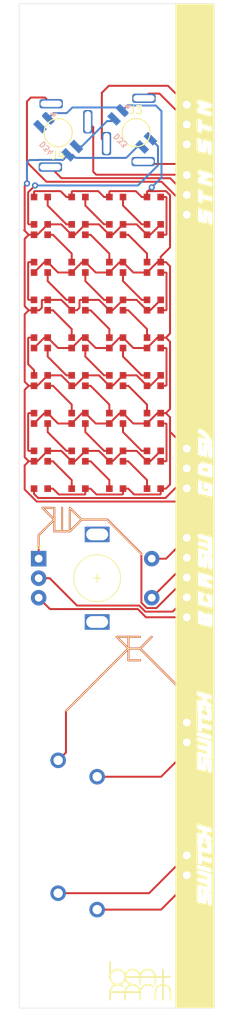
<source format=kicad_pcb>
(kicad_pcb (version 20171130) (host pcbnew "(5.1.5-0-10_14)")
  (layers (0 F.Cu signal) (31 B.Cu signal) (34 B.Paste user) (35 F.Paste user) (36 B.SilkS user) (37 F.SilkS user) (38 B.Mask user) (39 F.Mask user) (44 Edge.Cuts user))
  (net 0 "")
  (net 1 "Net-(D1-Pad1)")
  (net 2 "Net-(D1-Pad2)")
  (net 3 "Net-(D1-Pad4)")
  (net 4 "Net-(D1-Pad3)")
  (net 5 "Net-(D2-Pad3)")
  (net 6 "Net-(D10-Pad3)")
  (net 7 "Net-(D11-Pad1)")
  (net 8 "Net-(D4-Pad3)")
  (net 9 "Net-(D12-Pad3)")
  (net 10 "Net-(D13-Pad1)")
  (net 11 "Net-(D6-Pad3)")
  (net 12 "Net-(D14-Pad3)")
  (net 13 "Net-(D15-Pad1)")
  (net 14 "Net-(D8-Pad3)")
  (net 15 "Net-(D16-Pad3)")
  (net 16 "Net-(D17-Pad1)")
  (net 17 "Net-(D10-Pad1)")
  (net 18 "Net-(D11-Pad3)")
  (net 19 "Net-(D12-Pad1)")
  (net 20 "Net-(D13-Pad3)")
  (net 21 "Net-(D14-Pad1)")
  (net 22 "Net-(D15-Pad3)")
  (net 23 "Net-(D16-Pad1)")
  (net 24 "Net-(D17-Pad3)")
  (net 25 "Net-(D18-Pad1)")
  (net 26 "Net-(D19-Pad3)")
  (net 27 "Net-(D20-Pad1)")
  (net 28 "Net-(D21-Pad3)")
  (net 29 "Net-(D22-Pad1)")
  (net 30 "Net-(D23-Pad3)")
  (net 31 "Net-(D24-Pad1)")
  (net 32 "Net-(D25-Pad3)")
  (net 33 "Net-(D27-Pad3)")
  (net 34 "Net-(D29-Pad3)")
  (net 35 "Net-(D31-Pad3)")
  (net 36 "Net-(D33-Pad4)")
  (net 37 "Net-(J2-Pad1)")
  (net 38 "Net-(J2-Pad2)")
  (net 39 "Net-(J2-Pad3)")
  (net 40 "Net-(J2-Pad4)")
  (net 41 "Net-(J2-Pad5)")
  (net 42 "Net-(J3-PadT)")
  (net 43 "Net-(J3-PadTN)")
  (net 44 "Net-(J3-PadS)")
  (net 45 "Net-(J4-PadS)")
  (net 46 "Net-(J4-PadTN)")
  (net 47 "Net-(J4-PadT)")
  (net 48 "Net-(J7-Pad2)")
  (net 49 "Net-(J7-Pad1)")
  (net 50 "Net-(J8-Pad1)")
  (net 51 "Net-(J8-Pad2)")
  (net 52 "Net-(D34-Pad4)")
  (module Keebio-Parts:RotaryEncoder_Alps_EC11E-Switch_Vertical_H20mm (layer F.Cu) (at 124.3 124.3)
    (fp_text reference SW1 hide)
    (fp_text value Rotary_Encoder_Switch hide)
    (pad A thru_hole rect (at -7.5 -2.5) (size 2 2) (drill 1) (layers *.Cu *.Mask) (net 39 "Net-(J2-Pad3)"))
    (pad C thru_hole circle (at -7.5 0) (size 2 2) (drill 1) (layers *.Cu *.Mask) (net 38 "Net-(J2-Pad2)"))
    (pad B thru_hole circle (at -7.5 2.5) (size 2 2) (drill 1) (layers *.Cu *.Mask) (net 37 "Net-(J2-Pad1)"))
    (pad MP thru_hole rect (at 0 -5.6) (size 3.2 2) (drill oval 2.8 1.5) (layers *.Cu *.Mask))
    (pad MP thru_hole rect (at 0 5.6) (size 3.2 2) (drill oval 2.8 1.5) (layers *.Cu *.Mask))
    (pad S2 thru_hole circle (at 7 -2.5) (size 2 2) (drill 1) (layers *.Cu *.Mask) (net 41 "Net-(J2-Pad5)"))
    (pad S1 thru_hole circle (at 7 2.5) (size 2 2) (drill 1) (layers *.Cu *.Mask) (net 40 "Net-(J2-Pad4)"))
  )
  (module "chillpizza:graphic beat farm arcs" (layer F.Cu) (at 129.8 175.8)
    (fp_text reference G*** hide)
    (fp_text value LOGO hide)
  )
  (module "chillpizza:graphic nobrain labels" (layer F.Cu) (at 136.8 115.05 90)
    (fp_text reference G*** hide)
    (fp_text value LOGO hide)
  )
  (module Keebio-Parts:SK6812-MINI-E (layer B.Cu) (at 119.3 67.8 135)
    (fp_text reference D34 (at 0 -2.1 135 unlocked) (layer B.SilkS) (effects (font (size 0.7 0.7)) (justify mirror)))
    (fp_text value SK6812 hide)
    (pad 3 smd roundrect (at 2.55 0.75 135) (size 1.7 0.82) (layers B.Cu B.Paste B.Mask) (net 3 "Net-(D1-Pad4)"))
    (pad 4 smd rect (at 2.55 -0.75 135) (size 1.7 0.82) (layers B.Cu B.Paste B.Mask) (net 52 "Net-(D34-Pad4)"))
    (pad 2 smd rect (at -2.55 0.75 135) (size 1.7 0.82) (layers B.Cu B.Paste B.Mask) (net 36 "Net-(D33-Pad4)"))
    (pad 1 smd rect (at -2.55 -0.75 135) (size 1.7 0.82) (layers B.Cu B.Paste B.Mask) (net 2 "Net-(D1-Pad2)"))
  )
  (module Keebio-Parts:SK6812-MINI-E (layer B.Cu) (at 128.8 66.8 135)
    (fp_text reference D33 (at 0 -2.1 135 unlocked) (layer B.SilkS) (effects (font (size 0.7 0.7)) (justify mirror)))
    (fp_text value SK6812 hide)
    (pad 1 smd rect (at -2.55 -0.75 135) (size 1.7 0.82) (layers B.Cu B.Paste B.Mask) (net 2 "Net-(D1-Pad2)"))
    (pad 2 smd rect (at -2.55 0.75 135) (size 1.7 0.82) (layers B.Cu B.Paste B.Mask) (net 1 "Net-(D1-Pad1)"))
    (pad 4 smd rect (at 2.55 -0.75 135) (size 1.7 0.82) (layers B.Cu B.Paste B.Mask) (net 36 "Net-(D33-Pad4)"))
    (pad 3 smd roundrect (at 2.55 0.75 135) (size 1.7 0.82) (layers B.Cu B.Paste B.Mask) (net 3 "Net-(D1-Pad4)"))
  )
  (module drill_holes:M3_Slot (layer F.Cu) (at 121.8 53.8)
    (fp_text reference H1 hide)
    (fp_text value MountingHole)
    (pad "" np_thru_hole oval (at 0 0) (size 6.1 3.1) (drill oval 6.1 3.1) (layers *.Cu *.Mask))
  )
  (module drill_holes:M3_Slot (layer F.Cu) (at 121.8 176.3)
    (fp_text reference H2 hide)
    (fp_text value MountingHole)
    (pad "" np_thru_hole oval (at 0 0) (size 6.1 3.1) (drill oval 6.1 3.1) (layers *.Cu *.Mask))
  )
  (module Connector_PinHeader_2.54mm:PinHeader_1x03_P2.54mm_Vertical (layer F.Cu) (at 135.8 112.8 180)
    (fp_text reference J1 (at 0 -2.33 180) (layer F.SilkS))
    (fp_text value Conn_01x03_Female)
    (pad 3 thru_hole oval (at 0 5.08 180) (size 1.7 1.7) (drill 1) (layers *.Cu *.Mask) (net 3 "Net-(D1-Pad4)"))
    (pad 2 thru_hole oval (at 0 2.54 180) (size 1.7 1.7) (drill 1) (layers *.Cu *.Mask) (net 14 "Net-(D8-Pad3)"))
    (pad 1 thru_hole rect (at 0 0 180) (size 1.7 1.7) (drill 1) (layers *.Cu *.Mask) (net 2 "Net-(D1-Pad2)"))
  )
  (module Connector_PinHeader_2.54mm:PinHeader_1x05_P2.54mm_Vertical (layer F.Cu) (at 135.8 129.3 180)
    (fp_text reference J2 (at 0 -2.33) (layer F.SilkS))
    (fp_text value Conn_01x05_Female)
    (pad 1 thru_hole rect (at 0 0 180) (size 1.7 1.7) (drill 1) (layers *.Cu *.Mask) (net 37 "Net-(J2-Pad1)"))
    (pad 2 thru_hole oval (at 0 2.54 180) (size 1.7 1.7) (drill 1) (layers *.Cu *.Mask) (net 38 "Net-(J2-Pad2)"))
    (pad 3 thru_hole oval (at 0 5.08 180) (size 1.7 1.7) (drill 1) (layers *.Cu *.Mask) (net 39 "Net-(J2-Pad3)"))
    (pad 4 thru_hole oval (at 0 7.62 180) (size 1.7 1.7) (drill 1) (layers *.Cu *.Mask) (net 40 "Net-(J2-Pad4)"))
    (pad 5 thru_hole oval (at 0 10.16 180) (size 1.7 1.7) (drill 1) (layers *.Cu *.Mask) (net 41 "Net-(J2-Pad5)"))
  )
  (module chillpizza:schurter_3.5mm_mono_audio_kicad (layer F.Cu) (at 129.3 67.3)
    (fp_text reference J3 (at 0 -2.9) (layer F.SilkS))
    (fp_text value AudioJack2_SwitchT)
    (pad T thru_hole roundrect (at 1 -4.4) (size 3 1.2) (drill oval 2.7 0.8) (layers *.Cu *.Mask) (net 42 "Net-(J3-PadT)"))
    (pad TN thru_hole roundrect (at -3.8 1.4 90) (size 3 1.2) (drill oval 2.7 0.8) (layers *.Cu *.Mask) (net 43 "Net-(J3-PadTN)"))
    (pad S thru_hole roundrect (at 0.9 3.7) (size 3 1.2) (drill oval 2.7 0.8) (layers *.Cu *.Mask) (net 44 "Net-(J3-PadS)"))
  )
  (module chillpizza:schurter_3.5mm_mono_audio_kicad (layer F.Cu) (at 119.3 67.3 180)
    (fp_text reference J4 (at 0 -2.9) (layer F.SilkS))
    (fp_text value AudioJack2_SwitchT)
    (pad S thru_hole roundrect (at 0.9 3.7 180) (size 3 1.2) (drill oval 2.7 0.8) (layers *.Cu *.Mask) (net 45 "Net-(J4-PadS)"))
    (pad TN thru_hole roundrect (at -3.8 1.4 270) (size 3 1.2) (drill oval 2.7 0.8) (layers *.Cu *.Mask) (net 46 "Net-(J4-PadTN)"))
    (pad T thru_hole roundrect (at 1 -4.4 180) (size 3 1.2) (drill oval 2.7 0.8) (layers *.Cu *.Mask) (net 47 "Net-(J4-PadT)"))
  )
  (module Connector_PinHeader_2.54mm:PinHeader_1x03_P2.54mm_Vertical (layer F.Cu) (at 135.8 68.8 180)
    (fp_text reference J5 hide)
    (fp_text value Conn_01x03_Female hide)
    (pad 1 thru_hole rect (at 0 0 180) (size 1.7 1.7) (drill 1) (layers *.Cu *.Mask) (net 44 "Net-(J3-PadS)"))
    (pad 2 thru_hole oval (at 0 2.54 180) (size 1.7 1.7) (drill 1) (layers *.Cu *.Mask) (net 42 "Net-(J3-PadT)"))
    (pad 3 thru_hole oval (at 0 5.08 180) (size 1.7 1.7) (drill 1) (layers *.Cu *.Mask) (net 43 "Net-(J3-PadTN)"))
  )
  (module Connector_PinHeader_2.54mm:PinHeader_1x03_P2.54mm_Vertical (layer F.Cu) (at 135.8 77.8 180)
    (fp_text reference J6 hide)
    (fp_text value Conn_01x03_Female hide)
    (pad 1 thru_hole rect (at 0 0 180) (size 1.7 1.7) (drill 1) (layers *.Cu *.Mask) (net 45 "Net-(J4-PadS)"))
    (pad 2 thru_hole oval (at 0 2.54 180) (size 1.7 1.7) (drill 1) (layers *.Cu *.Mask) (net 47 "Net-(J4-PadT)"))
    (pad 3 thru_hole oval (at 0 5.08 180) (size 1.7 1.7) (drill 1) (layers *.Cu *.Mask) (net 46 "Net-(J4-PadTN)"))
  )
  (module Connector_PinHeader_2.54mm:PinHeader_1x02_P2.54mm_Vertical (layer F.Cu) (at 135.8 162.3 180)
    (fp_text reference J7 (at 0 -2.33) (layer F.SilkS))
    (fp_text value Conn_01x02_Female)
    (pad 2 thru_hole oval (at 0 2.54 180) (size 1.7 1.7) (drill 1) (layers *.Cu *.Mask) (net 48 "Net-(J7-Pad2)"))
    (pad 1 thru_hole rect (at 0 0 180) (size 1.7 1.7) (drill 1) (layers *.Cu *.Mask) (net 49 "Net-(J7-Pad1)"))
  )
  (module Connector_PinHeader_2.54mm:PinHeader_1x02_P2.54mm_Vertical (layer F.Cu) (at 135.8 145.3 180)
    (fp_text reference J8 (at 0 -2.33) (layer F.SilkS))
    (fp_text value Conn_01x02_Female)
    (pad 1 thru_hole rect (at 0 0 180) (size 1.7 1.7) (drill 1) (layers *.Cu *.Mask) (net 50 "Net-(J8-Pad1)"))
    (pad 2 thru_hole oval (at 0 2.54 180) (size 1.7 1.7) (drill 1) (layers *.Cu *.Mask) (net 51 "Net-(J8-Pad2)"))
  )
  (module Keebio-Parts:Kailh-PG1350-1u-NoLED (layer F.Cu) (at 124.3 160.8)
    (fp_text reference SW2)
    (fp_text value SW_SPST hide)
    (pad "" np_thru_hole circle (at 0 0 180) (size 3.4 3.4) (drill 3.4) (layers *.Cu *.Mask))
    (pad 1 thru_hole circle (at 0 5.9 180) (size 2 2) (drill 1.2) (layers *.Cu *.Mask) (net 49 "Net-(J7-Pad1)"))
    (pad 2 thru_hole circle (at -5 3.8 41.9) (size 2 2) (drill 1.2) (layers *.Cu *.Mask) (net 48 "Net-(J7-Pad2)"))
    (pad "" np_thru_hole circle (at -5.5 0 180) (size 1.7 1.7) (drill 1.7) (layers *.Cu *.Mask))
    (pad "" np_thru_hole circle (at 5.5 0 180) (size 1.7 1.7) (drill 1.7) (layers *.Cu *.Mask))
  )
  (module Keebio-Parts:Kailh-PG1350-1u-NoLED (layer F.Cu) (at 124.3 143.8)
    (fp_text reference SW3)
    (fp_text value SW_SPST hide)
    (pad "" np_thru_hole circle (at 5.5 0 180) (size 1.7 1.7) (drill 1.7) (layers *.Cu *.Mask))
    (pad "" np_thru_hole circle (at -5.5 0 180) (size 1.7 1.7) (drill 1.7) (layers *.Cu *.Mask))
    (pad 2 thru_hole circle (at -5 3.8 41.9) (size 2 2) (drill 1.2) (layers *.Cu *.Mask) (net 51 "Net-(J8-Pad2)"))
    (pad 1 thru_hole circle (at 0 5.9 180) (size 2 2) (drill 1.2) (layers *.Cu *.Mask) (net 50 "Net-(J8-Pad1)"))
    (pad "" np_thru_hole circle (at 0 0 180) (size 3.4 3.4) (drill 3.4) (layers *.Cu *.Mask))
  )
  (module chillpizza:LED_SK6812MINI_PLCC4_3.5x3.5mm_P1.75mm (layer F.Cu) (at 117.08 77.28 90)
    (fp_text reference D1 hide)
    (fp_text value SK6812MINI hide)
    (pad 1 smd rect (at -1.75 -0.875 90) (size 0.85 0.85) (layers F.Cu F.Paste F.Mask) (net 1 "Net-(D1-Pad1)"))
    (pad 2 smd rect (at -1.75 0.875 90) (size 0.85 0.85) (layers F.Cu F.Paste F.Mask) (net 2 "Net-(D1-Pad2)"))
    (pad 4 smd rect (at 1.75 -0.875 90) (size 0.85 0.85) (layers F.Cu F.Paste F.Mask) (net 3 "Net-(D1-Pad4)"))
    (pad 3 smd rect (at 1.75 0.875 90) (size 0.85 0.85) (layers F.Cu F.Paste F.Mask) (net 4 "Net-(D1-Pad3)"))
  )
  (module chillpizza:LED_SK6812MINI_PLCC4_3.5x3.5mm_P1.75mm (layer F.Cu) (at 117.08 82.11 270)
    (fp_text reference D2 hide)
    (fp_text value SK6812MINI hide)
    (pad 3 smd rect (at 1.75 0.875 270) (size 0.85 0.85) (layers F.Cu F.Paste F.Mask) (net 5 "Net-(D2-Pad3)"))
    (pad 4 smd rect (at 1.75 -0.875 270) (size 0.85 0.85) (layers F.Cu F.Paste F.Mask) (net 3 "Net-(D1-Pad4)"))
    (pad 2 smd rect (at -1.75 0.875 270) (size 0.85 0.85) (layers F.Cu F.Paste F.Mask) (net 2 "Net-(D1-Pad2)"))
    (pad 1 smd rect (at -1.75 -0.875 270) (size 0.85 0.85) (layers F.Cu F.Paste F.Mask) (net 6 "Net-(D10-Pad3)"))
  )
  (module chillpizza:LED_SK6812MINI_PLCC4_3.5x3.5mm_P1.75mm (layer F.Cu) (at 117.08 86.94 90)
    (fp_text reference D3 hide)
    (fp_text value SK6812MINI hide)
    (pad 1 smd rect (at -1.75 -0.875 90) (size 0.85 0.85) (layers F.Cu F.Paste F.Mask) (net 5 "Net-(D2-Pad3)"))
    (pad 2 smd rect (at -1.75 0.875 90) (size 0.85 0.85) (layers F.Cu F.Paste F.Mask) (net 2 "Net-(D1-Pad2)"))
    (pad 4 smd rect (at 1.75 -0.875 90) (size 0.85 0.85) (layers F.Cu F.Paste F.Mask) (net 3 "Net-(D1-Pad4)"))
    (pad 3 smd rect (at 1.75 0.875 90) (size 0.85 0.85) (layers F.Cu F.Paste F.Mask) (net 7 "Net-(D11-Pad1)"))
  )
  (module chillpizza:LED_SK6812MINI_PLCC4_3.5x3.5mm_P1.75mm (layer F.Cu) (at 117.08 91.77 270)
    (fp_text reference D4 hide)
    (fp_text value SK6812MINI hide)
    (pad 3 smd rect (at 1.75 0.875 270) (size 0.85 0.85) (layers F.Cu F.Paste F.Mask) (net 8 "Net-(D4-Pad3)"))
    (pad 4 smd rect (at 1.75 -0.875 270) (size 0.85 0.85) (layers F.Cu F.Paste F.Mask) (net 3 "Net-(D1-Pad4)"))
    (pad 2 smd rect (at -1.75 0.875 270) (size 0.85 0.85) (layers F.Cu F.Paste F.Mask) (net 2 "Net-(D1-Pad2)"))
    (pad 1 smd rect (at -1.75 -0.875 270) (size 0.85 0.85) (layers F.Cu F.Paste F.Mask) (net 9 "Net-(D12-Pad3)"))
  )
  (module chillpizza:LED_SK6812MINI_PLCC4_3.5x3.5mm_P1.75mm (layer F.Cu) (at 117.08 96.6 90)
    (fp_text reference D5 hide)
    (fp_text value SK6812MINI hide)
    (pad 1 smd rect (at -1.75 -0.875 90) (size 0.85 0.85) (layers F.Cu F.Paste F.Mask) (net 8 "Net-(D4-Pad3)"))
    (pad 2 smd rect (at -1.75 0.875 90) (size 0.85 0.85) (layers F.Cu F.Paste F.Mask) (net 2 "Net-(D1-Pad2)"))
    (pad 4 smd rect (at 1.75 -0.875 90) (size 0.85 0.85) (layers F.Cu F.Paste F.Mask) (net 3 "Net-(D1-Pad4)"))
    (pad 3 smd rect (at 1.75 0.875 90) (size 0.85 0.85) (layers F.Cu F.Paste F.Mask) (net 10 "Net-(D13-Pad1)"))
  )
  (module chillpizza:LED_SK6812MINI_PLCC4_3.5x3.5mm_P1.75mm (layer F.Cu) (at 117.08 101.43 270)
    (fp_text reference D6 hide)
    (fp_text value SK6812MINI hide)
    (pad 3 smd rect (at 1.75 0.875 270) (size 0.85 0.85) (layers F.Cu F.Paste F.Mask) (net 11 "Net-(D6-Pad3)"))
    (pad 4 smd rect (at 1.75 -0.875 270) (size 0.85 0.85) (layers F.Cu F.Paste F.Mask) (net 3 "Net-(D1-Pad4)"))
    (pad 2 smd rect (at -1.75 0.875 270) (size 0.85 0.85) (layers F.Cu F.Paste F.Mask) (net 2 "Net-(D1-Pad2)"))
    (pad 1 smd rect (at -1.75 -0.875 270) (size 0.85 0.85) (layers F.Cu F.Paste F.Mask) (net 12 "Net-(D14-Pad3)"))
  )
  (module chillpizza:LED_SK6812MINI_PLCC4_3.5x3.5mm_P1.75mm (layer F.Cu) (at 117.08 106.26 90)
    (fp_text reference D7 hide)
    (fp_text value SK6812MINI hide)
    (pad 1 smd rect (at -1.75 -0.875 90) (size 0.85 0.85) (layers F.Cu F.Paste F.Mask) (net 11 "Net-(D6-Pad3)"))
    (pad 2 smd rect (at -1.75 0.875 90) (size 0.85 0.85) (layers F.Cu F.Paste F.Mask) (net 2 "Net-(D1-Pad2)"))
    (pad 4 smd rect (at 1.75 -0.875 90) (size 0.85 0.85) (layers F.Cu F.Paste F.Mask) (net 3 "Net-(D1-Pad4)"))
    (pad 3 smd rect (at 1.75 0.875 90) (size 0.85 0.85) (layers F.Cu F.Paste F.Mask) (net 13 "Net-(D15-Pad1)"))
  )
  (module chillpizza:LED_SK6812MINI_PLCC4_3.5x3.5mm_P1.75mm (layer F.Cu) (at 117.08 111.09 270)
    (fp_text reference D8 hide)
    (fp_text value SK6812MINI hide)
    (pad 3 smd rect (at 1.75 0.875 270) (size 0.85 0.85) (layers F.Cu F.Paste F.Mask) (net 14 "Net-(D8-Pad3)"))
    (pad 4 smd rect (at 1.75 -0.875 270) (size 0.85 0.85) (layers F.Cu F.Paste F.Mask) (net 3 "Net-(D1-Pad4)"))
    (pad 2 smd rect (at -1.75 0.875 270) (size 0.85 0.85) (layers F.Cu F.Paste F.Mask) (net 2 "Net-(D1-Pad2)"))
    (pad 1 smd rect (at -1.75 -0.875 270) (size 0.85 0.85) (layers F.Cu F.Paste F.Mask) (net 15 "Net-(D16-Pad3)"))
  )
  (module chillpizza:LED_SK6812MINI_PLCC4_3.5x3.5mm_P1.75mm (layer F.Cu) (at 121.91 77.28 90)
    (fp_text reference D9 hide)
    (fp_text value SK6812MINI hide)
    (pad 3 smd rect (at 1.75 0.875 90) (size 0.85 0.85) (layers F.Cu F.Paste F.Mask) (net 16 "Net-(D17-Pad1)"))
    (pad 4 smd rect (at 1.75 -0.875 90) (size 0.85 0.85) (layers F.Cu F.Paste F.Mask) (net 3 "Net-(D1-Pad4)"))
    (pad 2 smd rect (at -1.75 0.875 90) (size 0.85 0.85) (layers F.Cu F.Paste F.Mask) (net 2 "Net-(D1-Pad2)"))
    (pad 1 smd rect (at -1.75 -0.875 90) (size 0.85 0.85) (layers F.Cu F.Paste F.Mask) (net 4 "Net-(D1-Pad3)"))
  )
  (module chillpizza:LED_SK6812MINI_PLCC4_3.5x3.5mm_P1.75mm (layer F.Cu) (at 121.91 82.11 270)
    (fp_text reference D10 hide)
    (fp_text value SK6812MINI hide)
    (pad 3 smd rect (at 1.75 0.875 270) (size 0.85 0.85) (layers F.Cu F.Paste F.Mask) (net 6 "Net-(D10-Pad3)"))
    (pad 4 smd rect (at 1.75 -0.875 270) (size 0.85 0.85) (layers F.Cu F.Paste F.Mask) (net 3 "Net-(D1-Pad4)"))
    (pad 2 smd rect (at -1.75 0.875 270) (size 0.85 0.85) (layers F.Cu F.Paste F.Mask) (net 2 "Net-(D1-Pad2)"))
    (pad 1 smd rect (at -1.75 -0.875 270) (size 0.85 0.85) (layers F.Cu F.Paste F.Mask) (net 17 "Net-(D10-Pad1)"))
  )
  (module chillpizza:LED_SK6812MINI_PLCC4_3.5x3.5mm_P1.75mm (layer F.Cu) (at 121.91 86.94 90)
    (fp_text reference D11 hide)
    (fp_text value SK6812MINI hide)
    (pad 3 smd rect (at 1.75 0.875 90) (size 0.85 0.85) (layers F.Cu F.Paste F.Mask) (net 18 "Net-(D11-Pad3)"))
    (pad 4 smd rect (at 1.75 -0.875 90) (size 0.85 0.85) (layers F.Cu F.Paste F.Mask) (net 3 "Net-(D1-Pad4)"))
    (pad 2 smd rect (at -1.75 0.875 90) (size 0.85 0.85) (layers F.Cu F.Paste F.Mask) (net 2 "Net-(D1-Pad2)"))
    (pad 1 smd rect (at -1.75 -0.875 90) (size 0.85 0.85) (layers F.Cu F.Paste F.Mask) (net 7 "Net-(D11-Pad1)"))
  )
  (module chillpizza:LED_SK6812MINI_PLCC4_3.5x3.5mm_P1.75mm (layer F.Cu) (at 121.91 91.77 270)
    (fp_text reference D12 hide)
    (fp_text value SK6812MINI hide)
    (pad 1 smd rect (at -1.75 -0.875 270) (size 0.85 0.85) (layers F.Cu F.Paste F.Mask) (net 19 "Net-(D12-Pad1)"))
    (pad 2 smd rect (at -1.75 0.875 270) (size 0.85 0.85) (layers F.Cu F.Paste F.Mask) (net 2 "Net-(D1-Pad2)"))
    (pad 4 smd rect (at 1.75 -0.875 270) (size 0.85 0.85) (layers F.Cu F.Paste F.Mask) (net 3 "Net-(D1-Pad4)"))
    (pad 3 smd rect (at 1.75 0.875 270) (size 0.85 0.85) (layers F.Cu F.Paste F.Mask) (net 9 "Net-(D12-Pad3)"))
  )
  (module chillpizza:LED_SK6812MINI_PLCC4_3.5x3.5mm_P1.75mm (layer F.Cu) (at 121.91 96.6 90)
    (fp_text reference D13 hide)
    (fp_text value SK6812MINI hide)
    (pad 1 smd rect (at -1.75 -0.875 90) (size 0.85 0.85) (layers F.Cu F.Paste F.Mask) (net 10 "Net-(D13-Pad1)"))
    (pad 2 smd rect (at -1.75 0.875 90) (size 0.85 0.85) (layers F.Cu F.Paste F.Mask) (net 2 "Net-(D1-Pad2)"))
    (pad 4 smd rect (at 1.75 -0.875 90) (size 0.85 0.85) (layers F.Cu F.Paste F.Mask) (net 3 "Net-(D1-Pad4)"))
    (pad 3 smd rect (at 1.75 0.875 90) (size 0.85 0.85) (layers F.Cu F.Paste F.Mask) (net 20 "Net-(D13-Pad3)"))
  )
  (module chillpizza:LED_SK6812MINI_PLCC4_3.5x3.5mm_P1.75mm (layer F.Cu) (at 121.91 101.43 270)
    (fp_text reference D14 hide)
    (fp_text value SK6812MINI hide)
    (pad 3 smd rect (at 1.75 0.875 270) (size 0.85 0.85) (layers F.Cu F.Paste F.Mask) (net 12 "Net-(D14-Pad3)"))
    (pad 4 smd rect (at 1.75 -0.875 270) (size 0.85 0.85) (layers F.Cu F.Paste F.Mask) (net 3 "Net-(D1-Pad4)"))
    (pad 2 smd rect (at -1.75 0.875 270) (size 0.85 0.85) (layers F.Cu F.Paste F.Mask) (net 2 "Net-(D1-Pad2)"))
    (pad 1 smd rect (at -1.75 -0.875 270) (size 0.85 0.85) (layers F.Cu F.Paste F.Mask) (net 21 "Net-(D14-Pad1)"))
  )
  (module chillpizza:LED_SK6812MINI_PLCC4_3.5x3.5mm_P1.75mm (layer F.Cu) (at 121.91 106.26 90)
    (fp_text reference D15 hide)
    (fp_text value SK6812MINI hide)
    (pad 3 smd rect (at 1.75 0.875 90) (size 0.85 0.85) (layers F.Cu F.Paste F.Mask) (net 22 "Net-(D15-Pad3)"))
    (pad 4 smd rect (at 1.75 -0.875 90) (size 0.85 0.85) (layers F.Cu F.Paste F.Mask) (net 3 "Net-(D1-Pad4)"))
    (pad 2 smd rect (at -1.75 0.875 90) (size 0.85 0.85) (layers F.Cu F.Paste F.Mask) (net 2 "Net-(D1-Pad2)"))
    (pad 1 smd rect (at -1.75 -0.875 90) (size 0.85 0.85) (layers F.Cu F.Paste F.Mask) (net 13 "Net-(D15-Pad1)"))
  )
  (module chillpizza:LED_SK6812MINI_PLCC4_3.5x3.5mm_P1.75mm (layer F.Cu) (at 121.91 111.09 270)
    (fp_text reference D16 hide)
    (fp_text value SK6812MINI hide)
    (pad 1 smd rect (at -1.75 -0.875 270) (size 0.85 0.85) (layers F.Cu F.Paste F.Mask) (net 23 "Net-(D16-Pad1)"))
    (pad 2 smd rect (at -1.75 0.875 270) (size 0.85 0.85) (layers F.Cu F.Paste F.Mask) (net 2 "Net-(D1-Pad2)"))
    (pad 4 smd rect (at 1.75 -0.875 270) (size 0.85 0.85) (layers F.Cu F.Paste F.Mask) (net 3 "Net-(D1-Pad4)"))
    (pad 3 smd rect (at 1.75 0.875 270) (size 0.85 0.85) (layers F.Cu F.Paste F.Mask) (net 15 "Net-(D16-Pad3)"))
  )
  (module chillpizza:LED_SK6812MINI_PLCC4_3.5x3.5mm_P1.75mm (layer F.Cu) (at 126.74 77.28 90)
    (fp_text reference D17 hide)
    (fp_text value SK6812MINI hide)
    (pad 1 smd rect (at -1.75 -0.875 90) (size 0.85 0.85) (layers F.Cu F.Paste F.Mask) (net 16 "Net-(D17-Pad1)"))
    (pad 2 smd rect (at -1.75 0.875 90) (size 0.85 0.85) (layers F.Cu F.Paste F.Mask) (net 2 "Net-(D1-Pad2)"))
    (pad 4 smd rect (at 1.75 -0.875 90) (size 0.85 0.85) (layers F.Cu F.Paste F.Mask) (net 3 "Net-(D1-Pad4)"))
    (pad 3 smd rect (at 1.75 0.875 90) (size 0.85 0.85) (layers F.Cu F.Paste F.Mask) (net 24 "Net-(D17-Pad3)"))
  )
  (module chillpizza:LED_SK6812MINI_PLCC4_3.5x3.5mm_P1.75mm (layer F.Cu) (at 126.74 82.11 270)
    (fp_text reference D18 hide)
    (fp_text value SK6812MINI hide)
    (pad 3 smd rect (at 1.75 0.875 270) (size 0.85 0.85) (layers F.Cu F.Paste F.Mask) (net 17 "Net-(D10-Pad1)"))
    (pad 4 smd rect (at 1.75 -0.875 270) (size 0.85 0.85) (layers F.Cu F.Paste F.Mask) (net 3 "Net-(D1-Pad4)"))
    (pad 2 smd rect (at -1.75 0.875 270) (size 0.85 0.85) (layers F.Cu F.Paste F.Mask) (net 2 "Net-(D1-Pad2)"))
    (pad 1 smd rect (at -1.75 -0.875 270) (size 0.85 0.85) (layers F.Cu F.Paste F.Mask) (net 25 "Net-(D18-Pad1)"))
  )
  (module chillpizza:LED_SK6812MINI_PLCC4_3.5x3.5mm_P1.75mm (layer F.Cu) (at 126.74 86.94 90)
    (fp_text reference D19 hide)
    (fp_text value SK6812MINI hide)
    (pad 1 smd rect (at -1.75 -0.875 90) (size 0.85 0.85) (layers F.Cu F.Paste F.Mask) (net 18 "Net-(D11-Pad3)"))
    (pad 2 smd rect (at -1.75 0.875 90) (size 0.85 0.85) (layers F.Cu F.Paste F.Mask) (net 2 "Net-(D1-Pad2)"))
    (pad 4 smd rect (at 1.75 -0.875 90) (size 0.85 0.85) (layers F.Cu F.Paste F.Mask) (net 3 "Net-(D1-Pad4)"))
    (pad 3 smd rect (at 1.75 0.875 90) (size 0.85 0.85) (layers F.Cu F.Paste F.Mask) (net 26 "Net-(D19-Pad3)"))
  )
  (module chillpizza:LED_SK6812MINI_PLCC4_3.5x3.5mm_P1.75mm (layer F.Cu) (at 126.74 91.77 270)
    (fp_text reference D20 hide)
    (fp_text value SK6812MINI hide)
    (pad 3 smd rect (at 1.75 0.875 270) (size 0.85 0.85) (layers F.Cu F.Paste F.Mask) (net 19 "Net-(D12-Pad1)"))
    (pad 4 smd rect (at 1.75 -0.875 270) (size 0.85 0.85) (layers F.Cu F.Paste F.Mask) (net 3 "Net-(D1-Pad4)"))
    (pad 2 smd rect (at -1.75 0.875 270) (size 0.85 0.85) (layers F.Cu F.Paste F.Mask) (net 2 "Net-(D1-Pad2)"))
    (pad 1 smd rect (at -1.75 -0.875 270) (size 0.85 0.85) (layers F.Cu F.Paste F.Mask) (net 27 "Net-(D20-Pad1)"))
  )
  (module chillpizza:LED_SK6812MINI_PLCC4_3.5x3.5mm_P1.75mm (layer F.Cu) (at 126.74 96.6 90)
    (fp_text reference D21 hide)
    (fp_text value SK6812MINI hide)
    (pad 1 smd rect (at -1.75 -0.875 90) (size 0.85 0.85) (layers F.Cu F.Paste F.Mask) (net 20 "Net-(D13-Pad3)"))
    (pad 2 smd rect (at -1.75 0.875 90) (size 0.85 0.85) (layers F.Cu F.Paste F.Mask) (net 2 "Net-(D1-Pad2)"))
    (pad 4 smd rect (at 1.75 -0.875 90) (size 0.85 0.85) (layers F.Cu F.Paste F.Mask) (net 3 "Net-(D1-Pad4)"))
    (pad 3 smd rect (at 1.75 0.875 90) (size 0.85 0.85) (layers F.Cu F.Paste F.Mask) (net 28 "Net-(D21-Pad3)"))
  )
  (module chillpizza:LED_SK6812MINI_PLCC4_3.5x3.5mm_P1.75mm (layer F.Cu) (at 126.74 101.43 270)
    (fp_text reference D22 hide)
    (fp_text value SK6812MINI hide)
    (pad 1 smd rect (at -1.75 -0.875 270) (size 0.85 0.85) (layers F.Cu F.Paste F.Mask) (net 29 "Net-(D22-Pad1)"))
    (pad 2 smd rect (at -1.75 0.875 270) (size 0.85 0.85) (layers F.Cu F.Paste F.Mask) (net 2 "Net-(D1-Pad2)"))
    (pad 4 smd rect (at 1.75 -0.875 270) (size 0.85 0.85) (layers F.Cu F.Paste F.Mask) (net 3 "Net-(D1-Pad4)"))
    (pad 3 smd rect (at 1.75 0.875 270) (size 0.85 0.85) (layers F.Cu F.Paste F.Mask) (net 21 "Net-(D14-Pad1)"))
  )
  (module chillpizza:LED_SK6812MINI_PLCC4_3.5x3.5mm_P1.75mm (layer F.Cu) (at 126.74 106.26 90)
    (fp_text reference D23 hide)
    (fp_text value SK6812MINI hide)
    (pad 1 smd rect (at -1.75 -0.875 90) (size 0.85 0.85) (layers F.Cu F.Paste F.Mask) (net 22 "Net-(D15-Pad3)"))
    (pad 2 smd rect (at -1.75 0.875 90) (size 0.85 0.85) (layers F.Cu F.Paste F.Mask) (net 2 "Net-(D1-Pad2)"))
    (pad 4 smd rect (at 1.75 -0.875 90) (size 0.85 0.85) (layers F.Cu F.Paste F.Mask) (net 3 "Net-(D1-Pad4)"))
    (pad 3 smd rect (at 1.75 0.875 90) (size 0.85 0.85) (layers F.Cu F.Paste F.Mask) (net 30 "Net-(D23-Pad3)"))
  )
  (module chillpizza:LED_SK6812MINI_PLCC4_3.5x3.5mm_P1.75mm (layer F.Cu) (at 126.74 111.09 270)
    (fp_text reference D24 hide)
    (fp_text value SK6812MINI hide)
    (pad 3 smd rect (at 1.75 0.875 270) (size 0.85 0.85) (layers F.Cu F.Paste F.Mask) (net 23 "Net-(D16-Pad1)"))
    (pad 4 smd rect (at 1.75 -0.875 270) (size 0.85 0.85) (layers F.Cu F.Paste F.Mask) (net 3 "Net-(D1-Pad4)"))
    (pad 2 smd rect (at -1.75 0.875 270) (size 0.85 0.85) (layers F.Cu F.Paste F.Mask) (net 2 "Net-(D1-Pad2)"))
    (pad 1 smd rect (at -1.75 -0.875 270) (size 0.85 0.85) (layers F.Cu F.Paste F.Mask) (net 31 "Net-(D24-Pad1)"))
  )
  (module chillpizza:LED_SK6812MINI_PLCC4_3.5x3.5mm_P1.75mm (layer F.Cu) (at 131.57 77.28 90)
    (fp_text reference D25 hide)
    (fp_text value SK6812MINI hide)
    (pad 3 smd rect (at 1.75 0.875 90) (size 0.85 0.85) (layers F.Cu F.Paste F.Mask) (net 32 "Net-(D25-Pad3)"))
    (pad 4 smd rect (at 1.75 -0.875 90) (size 0.85 0.85) (layers F.Cu F.Paste F.Mask) (net 3 "Net-(D1-Pad4)"))
    (pad 2 smd rect (at -1.75 0.875 90) (size 0.85 0.85) (layers F.Cu F.Paste F.Mask) (net 2 "Net-(D1-Pad2)"))
    (pad 1 smd rect (at -1.75 -0.875 90) (size 0.85 0.85) (layers F.Cu F.Paste F.Mask) (net 24 "Net-(D17-Pad3)"))
  )
  (module chillpizza:LED_SK6812MINI_PLCC4_3.5x3.5mm_P1.75mm (layer F.Cu) (at 131.57 82.11 270)
    (fp_text reference D26 hide)
    (fp_text value SK6812MINI hide)
    (pad 1 smd rect (at -1.75 -0.875 270) (size 0.85 0.85) (layers F.Cu F.Paste F.Mask) (net 32 "Net-(D25-Pad3)"))
    (pad 2 smd rect (at -1.75 0.875 270) (size 0.85 0.85) (layers F.Cu F.Paste F.Mask) (net 2 "Net-(D1-Pad2)"))
    (pad 4 smd rect (at 1.75 -0.875 270) (size 0.85 0.85) (layers F.Cu F.Paste F.Mask) (net 3 "Net-(D1-Pad4)"))
    (pad 3 smd rect (at 1.75 0.875 270) (size 0.85 0.85) (layers F.Cu F.Paste F.Mask) (net 25 "Net-(D18-Pad1)"))
  )
  (module chillpizza:LED_SK6812MINI_PLCC4_3.5x3.5mm_P1.75mm (layer F.Cu) (at 131.57 86.94 90)
    (fp_text reference D27 hide)
    (fp_text value SK6812MINI hide)
    (pad 3 smd rect (at 1.75 0.875 90) (size 0.85 0.85) (layers F.Cu F.Paste F.Mask) (net 33 "Net-(D27-Pad3)"))
    (pad 4 smd rect (at 1.75 -0.875 90) (size 0.85 0.85) (layers F.Cu F.Paste F.Mask) (net 3 "Net-(D1-Pad4)"))
    (pad 2 smd rect (at -1.75 0.875 90) (size 0.85 0.85) (layers F.Cu F.Paste F.Mask) (net 2 "Net-(D1-Pad2)"))
    (pad 1 smd rect (at -1.75 -0.875 90) (size 0.85 0.85) (layers F.Cu F.Paste F.Mask) (net 26 "Net-(D19-Pad3)"))
  )
  (module chillpizza:LED_SK6812MINI_PLCC4_3.5x3.5mm_P1.75mm (layer F.Cu) (at 131.57 91.77 270)
    (fp_text reference D28 hide)
    (fp_text value SK6812MINI hide)
    (pad 1 smd rect (at -1.75 -0.875 270) (size 0.85 0.85) (layers F.Cu F.Paste F.Mask) (net 33 "Net-(D27-Pad3)"))
    (pad 2 smd rect (at -1.75 0.875 270) (size 0.85 0.85) (layers F.Cu F.Paste F.Mask) (net 2 "Net-(D1-Pad2)"))
    (pad 4 smd rect (at 1.75 -0.875 270) (size 0.85 0.85) (layers F.Cu F.Paste F.Mask) (net 3 "Net-(D1-Pad4)"))
    (pad 3 smd rect (at 1.75 0.875 270) (size 0.85 0.85) (layers F.Cu F.Paste F.Mask) (net 27 "Net-(D20-Pad1)"))
  )
  (module chillpizza:LED_SK6812MINI_PLCC4_3.5x3.5mm_P1.75mm (layer F.Cu) (at 131.57 96.6 90)
    (fp_text reference D29 hide)
    (fp_text value SK6812MINI hide)
    (pad 3 smd rect (at 1.75 0.875 90) (size 0.85 0.85) (layers F.Cu F.Paste F.Mask) (net 34 "Net-(D29-Pad3)"))
    (pad 4 smd rect (at 1.75 -0.875 90) (size 0.85 0.85) (layers F.Cu F.Paste F.Mask) (net 3 "Net-(D1-Pad4)"))
    (pad 2 smd rect (at -1.75 0.875 90) (size 0.85 0.85) (layers F.Cu F.Paste F.Mask) (net 2 "Net-(D1-Pad2)"))
    (pad 1 smd rect (at -1.75 -0.875 90) (size 0.85 0.85) (layers F.Cu F.Paste F.Mask) (net 28 "Net-(D21-Pad3)"))
  )
  (module chillpizza:LED_SK6812MINI_PLCC4_3.5x3.5mm_P1.75mm (layer F.Cu) (at 131.57 101.43 270)
    (fp_text reference D30 hide)
    (fp_text value SK6812MINI hide)
    (pad 3 smd rect (at 1.75 0.875 270) (size 0.85 0.85) (layers F.Cu F.Paste F.Mask) (net 29 "Net-(D22-Pad1)"))
    (pad 4 smd rect (at 1.75 -0.875 270) (size 0.85 0.85) (layers F.Cu F.Paste F.Mask) (net 3 "Net-(D1-Pad4)"))
    (pad 2 smd rect (at -1.75 0.875 270) (size 0.85 0.85) (layers F.Cu F.Paste F.Mask) (net 2 "Net-(D1-Pad2)"))
    (pad 1 smd rect (at -1.75 -0.875 270) (size 0.85 0.85) (layers F.Cu F.Paste F.Mask) (net 34 "Net-(D29-Pad3)"))
  )
  (module chillpizza:LED_SK6812MINI_PLCC4_3.5x3.5mm_P1.75mm (layer F.Cu) (at 131.57 106.26 90)
    (fp_text reference D31 hide)
    (fp_text value SK6812MINI hide)
    (pad 1 smd rect (at -1.75 -0.875 90) (size 0.85 0.85) (layers F.Cu F.Paste F.Mask) (net 30 "Net-(D23-Pad3)"))
    (pad 2 smd rect (at -1.75 0.875 90) (size 0.85 0.85) (layers F.Cu F.Paste F.Mask) (net 2 "Net-(D1-Pad2)"))
    (pad 4 smd rect (at 1.75 -0.875 90) (size 0.85 0.85) (layers F.Cu F.Paste F.Mask) (net 3 "Net-(D1-Pad4)"))
    (pad 3 smd rect (at 1.75 0.875 90) (size 0.85 0.85) (layers F.Cu F.Paste F.Mask) (net 35 "Net-(D31-Pad3)"))
  )
  (module chillpizza:LED_SK6812MINI_PLCC4_3.5x3.5mm_P1.75mm (layer F.Cu) (at 131.57 111.09 270)
    (fp_text reference D32 hide)
    (fp_text value SK6812MINI hide)
    (pad 1 smd rect (at -1.75 -0.875 270) (size 0.85 0.85) (layers F.Cu F.Paste F.Mask) (net 35 "Net-(D31-Pad3)"))
    (pad 2 smd rect (at -1.75 0.875 270) (size 0.85 0.85) (layers F.Cu F.Paste F.Mask) (net 2 "Net-(D1-Pad2)"))
    (pad 4 smd rect (at 1.75 -0.875 270) (size 0.85 0.85) (layers F.Cu F.Paste F.Mask) (net 3 "Net-(D1-Pad4)"))
    (pad 3 smd rect (at 1.75 0.875 270) (size 0.85 0.85) (layers F.Cu F.Paste F.Mask) (net 31 "Net-(D24-Pad1)"))
  )
  (gr_line (start 116.8 118.8) (end 116.8 120.2) (layer F.SilkS) (width 0.12))
  (gr_line (start 125.55 116.8) (end 130.05 121.3) (layer F.SilkS) (width 0.12))
  (gr_line (start 125.3 116.8) (end 125.55 116.8) (layer F.SilkS) (width 0.12))
  (gr_line (start 122.3 116.8) (end 125.3 116.8) (layer F.SilkS) (width 0.12))
  (gr_line (start 125.3 136.3) (end 120.3 141.3) (layer F.SilkS) (width 0.12))
  (gr_line (start 131.8 135.3) (end 134.8 138.3) (layer F.SilkS) (width 0.12))
  (gr_line (start 129.8 133.3) (end 131.8 135.3) (layer F.SilkS) (width 0.12))
  (gr_line (start 129.8 133.3) (end 131.3 131.8) (layer F.SilkS) (width 0.12))
  (gr_line (start 128.3 133.3) (end 129.8 133.3) (layer F.SilkS) (width 0.12))
  (gr_line (start 128.3 134.8) (end 129.8 134.8) (layer F.SilkS) (width 0.12))
  (gr_line (start 128.3 134.3) (end 128.3 134.8) (layer F.SilkS) (width 0.12))
  (gr_line (start 128.3 131.8) (end 128.3 134.3) (layer F.SilkS) (width 0.12))
  (gr_line (start 126.8 131.8) (end 129.8 131.8) (layer F.SilkS) (width 0.12))
  (gr_line (start 128.3 133.3) (end 126.8 131.8) (layer F.SilkS) (width 0.12))
  (gr_line (start 125.3 136.3) (end 128.3 133.3) (layer F.SilkS) (width 0.12))
  (gr_line (start 122.3 116.8) (end 120.8 118.3) (layer F.SilkS) (width 0.12))
  (gr_line (start 120.8 115.3) (end 122.3 116.8) (layer F.SilkS) (width 0.12))
  (gr_line (start 120.8 118.3) (end 120.8 115.3) (layer F.SilkS) (width 0.12))
  (gr_line (start 119.8 118.3) (end 120.8 118.3) (layer F.SilkS) (width 0.12))
  (gr_line (start 119.8 118.3) (end 119.8 115.3) (layer F.SilkS) (width 0.12))
  (gr_line (start 118.8 118.3) (end 119.8 118.3) (layer F.SilkS) (width 0.12))
  (gr_line (start 118.8 115.3) (end 118.8 118.3) (layer F.SilkS) (width 0.12))
  (gr_line (start 117.3 115.3) (end 118.8 115.3) (layer F.SilkS) (width 0.12))
  (gr_line (start 118.8 116.8) (end 117.3 115.3) (layer F.SilkS) (width 0.12))
  (gr_line (start 116.8 118.8) (end 118.8 116.8) (layer F.SilkS) (width 0.12))
  (gr_line (start 114.3 179.3) (end 114.3 50.8) (layer Edge.Cuts) (width 0.05))
  (gr_line (start 139.3 179.3) (end 114.3 179.3) (layer Edge.Cuts) (width 0.05))
  (gr_line (start 139.3 50.8) (end 139.3 179.3) (layer Edge.Cuts) (width 0.05))
  (gr_line (start 114.3 50.8) (end 139.3 50.8) (layer Edge.Cuts) (width 0.05))
  (segment (start 119.8 118.3) (end 119.8 115.3) (width 0.25) (layer F.Cu) (net 39))
  (segment (start 119.8 118.3) (end 120.3 118.3) (width 0.25) (layer F.Cu) (net 39))
  (segment (start 120.8 115.3) (end 122.3 116.8) (width 0.25) (layer F.Cu) (net 39))
  (segment (start 120.8 118.3) (end 120.8 115.3) (width 0.25) (layer F.Cu) (net 39))
  (segment (start 122.3 116.8) (end 120.8 118.3) (width 0.25) (layer F.Cu) (net 39))
  (segment (start 126.8 134.8) (end 128.3 133.3) (width 0.25) (layer F.Cu) (net 51))
  (segment (start 128.3 133.3) (end 126.8 131.8) (width 0.25) (layer F.Cu) (net 51))
  (segment (start 126.8 131.8) (end 128.3 131.8) (width 0.25) (layer F.Cu) (net 51))
  (segment (start 128.3 131.8) (end 128.3 134.8) (width 0.25) (layer F.Cu) (net 51))
  (segment (start 128.3 134.8) (end 129.8 134.8) (width 0.25) (layer F.Cu) (net 51))
  (segment (start 128.3 133.3) (end 129.8 133.3) (width 0.25) (layer F.Cu) (net 51))
  (segment (start 129.8 133.3) (end 131.3 131.8) (width 0.25) (layer F.Cu) (net 51))
  (segment (start 128.3 131.8) (end 129.8 131.8) (width 0.25) (layer F.Cu) (net 51))
  (segment (start 120.3 118.3) (end 120.8 118.3) (width 0.25) (layer F.Cu) (net 39))
  (segment (start 115.454999 78.954999) (end 115.454999 74.968591) (width 0.25) (layer F.Cu) (net 1))
  (segment (start 115.53 79.03) (end 115.454999 78.954999) (width 0.25) (layer F.Cu) (net 1))
  (segment (start 116.205 79.03) (end 115.53 79.03) (width 0.25) (layer F.Cu) (net 1))
  (via (at 116.333491 74.054999) (size 0.8) (drill 0.4) (layers F.Cu B.Cu) (net 1))
  (segment (start 115.454999 74.933491) (end 116.333491 74.054999) (width 0.25) (layer F.Cu) (net 1))
  (segment (start 115.454999 74.968591) (end 115.454999 74.933491) (width 0.25) (layer F.Cu) (net 1))
  (segment (start 132.100001 69.039341) (end 131.734493 68.673833) (width 0.25) (layer B.Cu) (net 1))
  (segment (start 132.100001 71.483899) (end 132.100001 69.039341) (width 0.25) (layer B.Cu) (net 1))
  (segment (start 131.734493 68.673833) (end 131.133452 68.072792) (width 0.25) (layer B.Cu) (net 1))
  (segment (start 129.528901 74.054999) (end 132.100001 71.483899) (width 0.25) (layer B.Cu) (net 1))
  (segment (start 116.333491 74.054999) (end 129.528901 74.054999) (width 0.25) (layer B.Cu) (net 1))
  (segment (start 115.004989 109.865011) (end 115.53 109.34) (width 0.25) (layer F.Cu) (net 2))
  (segment (start 116.625 109.34) (end 117.955 108.01) (width 0.25) (layer F.Cu) (net 2))
  (segment (start 116.205 109.34) (end 116.625 109.34) (width 0.25) (layer F.Cu) (net 2))
  (segment (start 119.705 108.01) (end 121.035 109.34) (width 0.25) (layer F.Cu) (net 2))
  (segment (start 117.955 108.01) (end 119.705 108.01) (width 0.25) (layer F.Cu) (net 2))
  (segment (start 121.455 109.34) (end 122.785 108.01) (width 0.25) (layer F.Cu) (net 2))
  (segment (start 121.035 109.34) (end 121.455 109.34) (width 0.25) (layer F.Cu) (net 2))
  (segment (start 124.535 108.01) (end 125.865 109.34) (width 0.25) (layer F.Cu) (net 2))
  (segment (start 122.785 108.01) (end 124.535 108.01) (width 0.25) (layer F.Cu) (net 2))
  (segment (start 126.285 109.34) (end 127.615 108.01) (width 0.25) (layer F.Cu) (net 2))
  (segment (start 125.865 109.34) (end 126.285 109.34) (width 0.25) (layer F.Cu) (net 2))
  (segment (start 129.365 108.01) (end 130.695 109.34) (width 0.25) (layer F.Cu) (net 2))
  (segment (start 127.615 108.01) (end 129.365 108.01) (width 0.25) (layer F.Cu) (net 2))
  (segment (start 131.115 109.34) (end 132.445 108.01) (width 0.25) (layer F.Cu) (net 2))
  (segment (start 130.695 109.34) (end 131.115 109.34) (width 0.25) (layer F.Cu) (net 2))
  (segment (start 115.004989 108.814989) (end 115.004989 100.205011) (width 0.25) (layer F.Cu) (net 2))
  (segment (start 115.004989 100.205011) (end 115.53 99.68) (width 0.25) (layer F.Cu) (net 2))
  (segment (start 115.53 109.34) (end 115.004989 108.814989) (width 0.25) (layer F.Cu) (net 2))
  (segment (start 116.205 109.34) (end 115.53 109.34) (width 0.25) (layer F.Cu) (net 2))
  (segment (start 116.625 99.68) (end 117.955 98.35) (width 0.25) (layer F.Cu) (net 2))
  (segment (start 116.205 99.68) (end 116.625 99.68) (width 0.25) (layer F.Cu) (net 2))
  (segment (start 119.705 98.35) (end 121.035 99.68) (width 0.25) (layer F.Cu) (net 2))
  (segment (start 117.955 98.35) (end 119.705 98.35) (width 0.25) (layer F.Cu) (net 2))
  (segment (start 121.455 99.68) (end 122.785 98.35) (width 0.25) (layer F.Cu) (net 2))
  (segment (start 121.035 99.68) (end 121.455 99.68) (width 0.25) (layer F.Cu) (net 2))
  (segment (start 124.535 98.35) (end 125.865 99.68) (width 0.25) (layer F.Cu) (net 2))
  (segment (start 122.785 98.35) (end 124.535 98.35) (width 0.25) (layer F.Cu) (net 2))
  (segment (start 126.285 99.68) (end 127.615 98.35) (width 0.25) (layer F.Cu) (net 2))
  (segment (start 125.865 99.68) (end 126.285 99.68) (width 0.25) (layer F.Cu) (net 2))
  (segment (start 129.365 98.35) (end 130.695 99.68) (width 0.25) (layer F.Cu) (net 2))
  (segment (start 127.615 98.35) (end 129.365 98.35) (width 0.25) (layer F.Cu) (net 2))
  (segment (start 131.115 99.68) (end 132.445 98.35) (width 0.25) (layer F.Cu) (net 2))
  (segment (start 130.695 99.68) (end 131.115 99.68) (width 0.25) (layer F.Cu) (net 2))
  (segment (start 115.004989 90.545011) (end 115.53 90.02) (width 0.25) (layer F.Cu) (net 2))
  (segment (start 115.53 99.68) (end 115.004989 99.154989) (width 0.25) (layer F.Cu) (net 2))
  (segment (start 115.004989 99.154989) (end 115.004989 90.545011) (width 0.25) (layer F.Cu) (net 2))
  (segment (start 116.205 99.68) (end 115.53 99.68) (width 0.25) (layer F.Cu) (net 2))
  (segment (start 117.28 88.69) (end 117.955 88.69) (width 0.25) (layer F.Cu) (net 2))
  (segment (start 117.204999 88.765001) (end 117.28 88.69) (width 0.25) (layer F.Cu) (net 2))
  (segment (start 117.204999 89.695001) (end 117.204999 88.765001) (width 0.25) (layer F.Cu) (net 2))
  (segment (start 116.88 90.02) (end 117.204999 89.695001) (width 0.25) (layer F.Cu) (net 2))
  (segment (start 116.205 90.02) (end 116.88 90.02) (width 0.25) (layer F.Cu) (net 2))
  (segment (start 119.705 88.69) (end 121.035 90.02) (width 0.25) (layer F.Cu) (net 2))
  (segment (start 117.955 88.69) (end 119.705 88.69) (width 0.25) (layer F.Cu) (net 2))
  (segment (start 122.11 88.69) (end 122.785 88.69) (width 0.25) (layer F.Cu) (net 2))
  (segment (start 122.034999 88.765001) (end 122.11 88.69) (width 0.25) (layer F.Cu) (net 2))
  (segment (start 122.034999 89.695001) (end 122.034999 88.765001) (width 0.25) (layer F.Cu) (net 2))
  (segment (start 121.71 90.02) (end 122.034999 89.695001) (width 0.25) (layer F.Cu) (net 2))
  (segment (start 121.035 90.02) (end 121.71 90.02) (width 0.25) (layer F.Cu) (net 2))
  (segment (start 124.535 88.69) (end 125.865 90.02) (width 0.25) (layer F.Cu) (net 2))
  (segment (start 122.785 88.69) (end 124.535 88.69) (width 0.25) (layer F.Cu) (net 2))
  (segment (start 126.285 90.02) (end 127.615 88.69) (width 0.25) (layer F.Cu) (net 2))
  (segment (start 125.865 90.02) (end 126.285 90.02) (width 0.25) (layer F.Cu) (net 2))
  (segment (start 129.365 88.69) (end 130.695 90.02) (width 0.25) (layer F.Cu) (net 2))
  (segment (start 127.615 88.69) (end 129.365 88.69) (width 0.25) (layer F.Cu) (net 2))
  (segment (start 131.115 90.02) (end 132.445 88.69) (width 0.25) (layer F.Cu) (net 2))
  (segment (start 130.695 90.02) (end 131.115 90.02) (width 0.25) (layer F.Cu) (net 2))
  (segment (start 115.53 80.36) (end 116.205 80.36) (width 0.25) (layer F.Cu) (net 2))
  (segment (start 115.004989 80.885011) (end 115.53 80.36) (width 0.25) (layer F.Cu) (net 2))
  (segment (start 115.004989 89.494989) (end 115.004989 80.885011) (width 0.25) (layer F.Cu) (net 2))
  (segment (start 115.53 90.02) (end 115.004989 89.494989) (width 0.25) (layer F.Cu) (net 2))
  (segment (start 116.205 90.02) (end 115.53 90.02) (width 0.25) (layer F.Cu) (net 2))
  (segment (start 116.625 80.36) (end 117.955 79.03) (width 0.25) (layer F.Cu) (net 2))
  (segment (start 116.205 80.36) (end 116.625 80.36) (width 0.25) (layer F.Cu) (net 2))
  (segment (start 119.705 79.03) (end 121.035 80.36) (width 0.25) (layer F.Cu) (net 2))
  (segment (start 117.955 79.03) (end 119.705 79.03) (width 0.25) (layer F.Cu) (net 2))
  (segment (start 121.455 80.36) (end 122.785 79.03) (width 0.25) (layer F.Cu) (net 2))
  (segment (start 121.035 80.36) (end 121.455 80.36) (width 0.25) (layer F.Cu) (net 2))
  (segment (start 124.535 79.03) (end 125.865 80.36) (width 0.25) (layer F.Cu) (net 2))
  (segment (start 122.785 79.03) (end 124.535 79.03) (width 0.25) (layer F.Cu) (net 2))
  (segment (start 126.285 80.36) (end 127.615 79.03) (width 0.25) (layer F.Cu) (net 2))
  (segment (start 125.865 80.36) (end 126.285 80.36) (width 0.25) (layer F.Cu) (net 2))
  (segment (start 129.365 79.03) (end 130.695 80.36) (width 0.25) (layer F.Cu) (net 2))
  (segment (start 127.615 79.03) (end 129.365 79.03) (width 0.25) (layer F.Cu) (net 2))
  (segment (start 131.115 80.36) (end 132.445 79.03) (width 0.25) (layer F.Cu) (net 2))
  (segment (start 130.695 80.36) (end 131.115 80.36) (width 0.25) (layer F.Cu) (net 2))
  (segment (start 129.492964 69.133452) (end 130.072792 69.133452) (width 0.25) (layer B.Cu) (net 2))
  (segment (start 129.415197 69.133452) (end 129.492964 69.133452) (width 0.25) (layer B.Cu) (net 2))
  (segment (start 128.023639 70.52501) (end 129.415197 69.133452) (width 0.25) (layer B.Cu) (net 2))
  (segment (start 121.544178 70.52501) (end 128.023639 70.52501) (width 0.25) (layer B.Cu) (net 2))
  (segment (start 121.15262 70.133452) (end 121.544178 70.52501) (width 0.25) (layer B.Cu) (net 2))
  (segment (start 120.572792 70.133452) (end 121.15262 70.133452) (width 0.25) (layer B.Cu) (net 2))
  (segment (start 115.53 80.36) (end 115.004989 79.834989) (width 0.25) (layer F.Cu) (net 2))
  (segment (start 135.20998 114.49002) (end 135.8 113.9) (width 0.25) (layer F.Cu) (net 2))
  (segment (start 135.8 113.9) (end 135.8 112.8) (width 0.25) (layer F.Cu) (net 2))
  (segment (start 115.004989 112.951399) (end 116.54361 114.49002) (width 0.25) (layer F.Cu) (net 2))
  (segment (start 116.54361 114.49002) (end 135.20998 114.49002) (width 0.25) (layer F.Cu) (net 2))
  (segment (start 115.004989 109.865011) (end 115.004989 112.951399) (width 0.25) (layer F.Cu) (net 2))
  (segment (start 115.004989 79.834989) (end 114.944328 79.774328) (width 0.25) (layer F.Cu) (net 2))
  (via (at 115.3 73.8) (size 0.8) (drill 0.4) (layers F.Cu B.Cu) (net 2))
  (segment (start 115.004989 74.095011) (end 115.3 73.8) (width 0.25) (layer F.Cu) (net 2))
  (segment (start 115.004989 79.834989) (end 115.004989 74.095011) (width 0.25) (layer F.Cu) (net 2))
  (segment (start 119.7839 70.8) (end 119.906244 70.8) (width 0.25) (layer B.Cu) (net 2))
  (segment (start 120.282878 70.423366) (end 120.572792 70.133452) (width 0.25) (layer B.Cu) (net 2))
  (segment (start 119.75889 70.77499) (end 119.7839 70.8) (width 0.25) (layer B.Cu) (net 2))
  (segment (start 116.8161 70.8) (end 116.84111 70.77499) (width 0.25) (layer B.Cu) (net 2))
  (segment (start 115.6 70.8) (end 116.8161 70.8) (width 0.25) (layer B.Cu) (net 2))
  (segment (start 116.84111 70.77499) (end 119.75889 70.77499) (width 0.25) (layer B.Cu) (net 2))
  (segment (start 115.3 71.1) (end 115.6 70.8) (width 0.25) (layer B.Cu) (net 2))
  (segment (start 119.906244 70.8) (end 120.282878 70.423366) (width 0.25) (layer B.Cu) (net 2))
  (segment (start 115.3 73.8) (end 115.3 71.1) (width 0.25) (layer B.Cu) (net 2))
  (segment (start 122.785 113.515) (end 122.785 112.84) (width 0.25) (layer F.Cu) (net 3))
  (segment (start 119.380001 113.590001) (end 122.709999 113.590001) (width 0.25) (layer F.Cu) (net 3))
  (segment (start 122.709999 113.590001) (end 122.785 113.515) (width 0.25) (layer F.Cu) (net 3))
  (segment (start 118.63 112.84) (end 119.380001 113.590001) (width 0.25) (layer F.Cu) (net 3))
  (segment (start 117.955 112.84) (end 118.63 112.84) (width 0.25) (layer F.Cu) (net 3))
  (segment (start 127.539999 113.590001) (end 127.615 113.515) (width 0.25) (layer F.Cu) (net 3))
  (segment (start 124.210001 113.590001) (end 127.539999 113.590001) (width 0.25) (layer F.Cu) (net 3))
  (segment (start 123.46 112.84) (end 124.210001 113.590001) (width 0.25) (layer F.Cu) (net 3))
  (segment (start 127.615 113.515) (end 127.615 112.84) (width 0.25) (layer F.Cu) (net 3))
  (segment (start 122.785 112.84) (end 123.46 112.84) (width 0.25) (layer F.Cu) (net 3))
  (segment (start 132.445 113.515) (end 132.445 112.84) (width 0.25) (layer F.Cu) (net 3))
  (segment (start 132.369999 113.590001) (end 132.445 113.515) (width 0.25) (layer F.Cu) (net 3))
  (segment (start 129.040001 113.590001) (end 132.369999 113.590001) (width 0.25) (layer F.Cu) (net 3))
  (segment (start 128.29 112.84) (end 129.040001 113.590001) (width 0.25) (layer F.Cu) (net 3))
  (segment (start 127.615 112.84) (end 128.29 112.84) (width 0.25) (layer F.Cu) (net 3))
  (segment (start 133.645011 112.314989) (end 133.645011 103.705011) (width 0.25) (layer F.Cu) (net 3))
  (segment (start 133.645011 103.705011) (end 133.12 103.18) (width 0.25) (layer F.Cu) (net 3))
  (segment (start 133.12 112.84) (end 133.645011 112.314989) (width 0.25) (layer F.Cu) (net 3))
  (segment (start 132.445 112.84) (end 133.12 112.84) (width 0.25) (layer F.Cu) (net 3))
  (segment (start 132.025 103.18) (end 130.695 104.51) (width 0.25) (layer F.Cu) (net 3))
  (segment (start 132.445 103.18) (end 132.025 103.18) (width 0.25) (layer F.Cu) (net 3))
  (segment (start 128.945 104.51) (end 127.615 103.18) (width 0.25) (layer F.Cu) (net 3))
  (segment (start 130.695 104.51) (end 128.945 104.51) (width 0.25) (layer F.Cu) (net 3))
  (segment (start 127.195 103.18) (end 125.865 104.51) (width 0.25) (layer F.Cu) (net 3))
  (segment (start 127.615 103.18) (end 127.195 103.18) (width 0.25) (layer F.Cu) (net 3))
  (segment (start 124.115 104.51) (end 122.785 103.18) (width 0.25) (layer F.Cu) (net 3))
  (segment (start 125.865 104.51) (end 124.115 104.51) (width 0.25) (layer F.Cu) (net 3))
  (segment (start 122.365 103.18) (end 121.035 104.51) (width 0.25) (layer F.Cu) (net 3))
  (segment (start 122.785 103.18) (end 122.365 103.18) (width 0.25) (layer F.Cu) (net 3))
  (segment (start 119.285 104.51) (end 117.955 103.18) (width 0.25) (layer F.Cu) (net 3))
  (segment (start 121.035 104.51) (end 119.285 104.51) (width 0.25) (layer F.Cu) (net 3))
  (segment (start 117.535 103.18) (end 116.205 104.51) (width 0.25) (layer F.Cu) (net 3))
  (segment (start 117.955 103.18) (end 117.535 103.18) (width 0.25) (layer F.Cu) (net 3))
  (segment (start 133.645011 102.654989) (end 133.645011 94.045011) (width 0.25) (layer F.Cu) (net 3))
  (segment (start 133.12 103.18) (end 133.645011 102.654989) (width 0.25) (layer F.Cu) (net 3))
  (segment (start 133.645011 94.045011) (end 133.12 93.52) (width 0.25) (layer F.Cu) (net 3))
  (segment (start 132.445 103.18) (end 133.12 103.18) (width 0.25) (layer F.Cu) (net 3))
  (segment (start 132.025 93.52) (end 130.695 94.85) (width 0.25) (layer F.Cu) (net 3))
  (segment (start 132.445 93.52) (end 132.025 93.52) (width 0.25) (layer F.Cu) (net 3))
  (segment (start 128.945 94.85) (end 127.615 93.52) (width 0.25) (layer F.Cu) (net 3))
  (segment (start 130.695 94.85) (end 128.945 94.85) (width 0.25) (layer F.Cu) (net 3))
  (segment (start 127.195 93.52) (end 125.865 94.85) (width 0.25) (layer F.Cu) (net 3))
  (segment (start 127.615 93.52) (end 127.195 93.52) (width 0.25) (layer F.Cu) (net 3))
  (segment (start 124.115 94.85) (end 122.785 93.52) (width 0.25) (layer F.Cu) (net 3))
  (segment (start 125.865 94.85) (end 124.115 94.85) (width 0.25) (layer F.Cu) (net 3))
  (segment (start 122.365 93.52) (end 121.035 94.85) (width 0.25) (layer F.Cu) (net 3))
  (segment (start 122.785 93.52) (end 122.365 93.52) (width 0.25) (layer F.Cu) (net 3))
  (segment (start 119.285 94.85) (end 117.955 93.52) (width 0.25) (layer F.Cu) (net 3))
  (segment (start 121.035 94.85) (end 119.285 94.85) (width 0.25) (layer F.Cu) (net 3))
  (segment (start 117.535 93.52) (end 116.205 94.85) (width 0.25) (layer F.Cu) (net 3))
  (segment (start 117.955 93.52) (end 117.535 93.52) (width 0.25) (layer F.Cu) (net 3))
  (segment (start 133.12 83.86) (end 132.445 83.86) (width 0.25) (layer F.Cu) (net 3))
  (segment (start 133.64501 84.38501) (end 133.12 83.86) (width 0.25) (layer F.Cu) (net 3))
  (segment (start 133.64501 92.99499) (end 133.64501 84.38501) (width 0.25) (layer F.Cu) (net 3))
  (segment (start 133.12 93.52) (end 133.64501 92.99499) (width 0.25) (layer F.Cu) (net 3))
  (segment (start 132.445 93.52) (end 133.12 93.52) (width 0.25) (layer F.Cu) (net 3))
  (segment (start 132.025 83.86) (end 130.695 85.19) (width 0.25) (layer F.Cu) (net 3))
  (segment (start 132.445 83.86) (end 132.025 83.86) (width 0.25) (layer F.Cu) (net 3))
  (segment (start 128.945 85.19) (end 127.615 83.86) (width 0.25) (layer F.Cu) (net 3))
  (segment (start 130.695 85.19) (end 128.945 85.19) (width 0.25) (layer F.Cu) (net 3))
  (segment (start 127.195 83.86) (end 125.865 85.19) (width 0.25) (layer F.Cu) (net 3))
  (segment (start 127.615 83.86) (end 127.195 83.86) (width 0.25) (layer F.Cu) (net 3))
  (segment (start 124.115 85.19) (end 122.785 83.86) (width 0.25) (layer F.Cu) (net 3))
  (segment (start 125.865 85.19) (end 124.115 85.19) (width 0.25) (layer F.Cu) (net 3))
  (segment (start 122.365 83.86) (end 121.035 85.19) (width 0.25) (layer F.Cu) (net 3))
  (segment (start 122.785 83.86) (end 122.365 83.86) (width 0.25) (layer F.Cu) (net 3))
  (segment (start 119.285 85.19) (end 117.955 83.86) (width 0.25) (layer F.Cu) (net 3))
  (segment (start 121.035 85.19) (end 119.285 85.19) (width 0.25) (layer F.Cu) (net 3))
  (segment (start 117.535 83.86) (end 116.205 85.19) (width 0.25) (layer F.Cu) (net 3))
  (segment (start 117.955 83.86) (end 117.535 83.86) (width 0.25) (layer F.Cu) (net 3))
  (segment (start 133.130001 74.779999) (end 130.770001 74.779999) (width 0.25) (layer F.Cu) (net 3))
  (segment (start 133.64501 81.98499) (end 133.64501 75.295008) (width 0.25) (layer F.Cu) (net 3))
  (segment (start 130.770001 74.779999) (end 130.695 74.855) (width 0.25) (layer F.Cu) (net 3))
  (segment (start 132.445 83.185) (end 133.64501 81.98499) (width 0.25) (layer F.Cu) (net 3))
  (segment (start 130.695 74.855) (end 130.695 75.53) (width 0.25) (layer F.Cu) (net 3))
  (segment (start 133.64501 75.295008) (end 133.130001 74.779999) (width 0.25) (layer F.Cu) (net 3))
  (segment (start 132.445 83.86) (end 132.445 83.185) (width 0.25) (layer F.Cu) (net 3))
  (segment (start 125.865 74.855) (end 125.865 75.53) (width 0.25) (layer F.Cu) (net 3))
  (segment (start 125.940001 74.779999) (end 125.865 74.855) (width 0.25) (layer F.Cu) (net 3))
  (segment (start 130.02 75.53) (end 129.269999 74.779999) (width 0.25) (layer F.Cu) (net 3))
  (segment (start 129.269999 74.779999) (end 125.940001 74.779999) (width 0.25) (layer F.Cu) (net 3))
  (segment (start 130.695 75.53) (end 130.02 75.53) (width 0.25) (layer F.Cu) (net 3))
  (segment (start 121.035 74.855) (end 121.035 75.53) (width 0.25) (layer F.Cu) (net 3))
  (segment (start 121.110001 74.779999) (end 121.035 74.855) (width 0.25) (layer F.Cu) (net 3))
  (segment (start 124.439999 74.779999) (end 121.110001 74.779999) (width 0.25) (layer F.Cu) (net 3))
  (segment (start 125.19 75.53) (end 124.439999 74.779999) (width 0.25) (layer F.Cu) (net 3))
  (segment (start 125.865 75.53) (end 125.19 75.53) (width 0.25) (layer F.Cu) (net 3))
  (segment (start 116.205 74.855) (end 116.205 75.53) (width 0.25) (layer F.Cu) (net 3))
  (segment (start 116.280001 74.779999) (end 116.205 74.855) (width 0.25) (layer F.Cu) (net 3))
  (segment (start 119.609999 74.779999) (end 116.280001 74.779999) (width 0.25) (layer F.Cu) (net 3))
  (segment (start 120.36 75.53) (end 119.609999 74.779999) (width 0.25) (layer F.Cu) (net 3))
  (segment (start 121.035 75.53) (end 120.36 75.53) (width 0.25) (layer F.Cu) (net 3))
  (segment (start 133.645011 105.565011) (end 135.8 107.72) (width 0.25) (layer F.Cu) (net 3))
  (segment (start 133.645011 103.705011) (end 133.645011 105.565011) (width 0.25) (layer F.Cu) (net 3))
  (via (at 131.3 74.3) (size 0.8) (drill 0.4) (layers F.Cu B.Cu) (net 3))
  (segment (start 130.695 74.905) (end 131.3 74.3) (width 0.25) (layer F.Cu) (net 3))
  (segment (start 130.695 75.53) (end 130.695 74.905) (width 0.25) (layer F.Cu) (net 3))
  (segment (start 127.817122 64.176634) (end 127.527208 64.466548) (width 0.25) (layer B.Cu) (net 3))
  (segment (start 128.193756 63.8) (end 127.817122 64.176634) (width 0.25) (layer B.Cu) (net 3))
  (segment (start 128.8161 63.8) (end 128.193756 63.8) (width 0.25) (layer B.Cu) (net 3))
  (segment (start 128.84111 63.82501) (end 128.8161 63.8) (width 0.25) (layer B.Cu) (net 3))
  (segment (start 131.75889 63.82501) (end 128.84111 63.82501) (width 0.25) (layer B.Cu) (net 3))
  (segment (start 131.8 63.8) (end 131.7839 63.8) (width 0.25) (layer B.Cu) (net 3))
  (segment (start 132.550011 64.550011) (end 131.8 63.8) (width 0.25) (layer B.Cu) (net 3))
  (segment (start 132.550011 73.049989) (end 132.550011 64.550011) (width 0.25) (layer B.Cu) (net 3))
  (segment (start 131.7839 63.8) (end 131.75889 63.82501) (width 0.25) (layer B.Cu) (net 3))
  (segment (start 131.3 74.3) (end 132.550011 73.049989) (width 0.25) (layer B.Cu) (net 3))
  (segment (start 118.317122 65.176634) (end 118.027208 65.466548) (width 0.25) (layer B.Cu) (net 3))
  (segment (start 120.4 64.8) (end 118.693756 64.8) (width 0.25) (layer B.Cu) (net 3))
  (segment (start 118.693756 64.8) (end 118.317122 65.176634) (width 0.25) (layer B.Cu) (net 3))
  (segment (start 121.12501 64.07499) (end 120.4 64.8) (width 0.25) (layer B.Cu) (net 3))
  (segment (start 127.07499 64.07499) (end 121.12501 64.07499) (width 0.25) (layer B.Cu) (net 3))
  (segment (start 127.466548 64.466548) (end 127.07499 64.07499) (width 0.25) (layer B.Cu) (net 3))
  (segment (start 127.527208 64.466548) (end 127.466548 64.466548) (width 0.25) (layer B.Cu) (net 3))
  (segment (start 117.955 76.205) (end 117.955 75.53) (width 0.25) (layer F.Cu) (net 4))
  (segment (start 120.36 79.03) (end 117.955 76.625) (width 0.25) (layer F.Cu) (net 4))
  (segment (start 117.955 76.625) (end 117.955 76.205) (width 0.25) (layer F.Cu) (net 4))
  (segment (start 121.035 79.03) (end 120.36 79.03) (width 0.25) (layer F.Cu) (net 4))
  (segment (start 115.53 83.86) (end 116.205 83.86) (width 0.25) (layer F.Cu) (net 5))
  (segment (start 115.454999 83.935001) (end 115.53 83.86) (width 0.25) (layer F.Cu) (net 5))
  (segment (start 115.454999 88.614999) (end 115.454999 83.935001) (width 0.25) (layer F.Cu) (net 5))
  (segment (start 115.53 88.69) (end 115.454999 88.614999) (width 0.25) (layer F.Cu) (net 5))
  (segment (start 116.205 88.69) (end 115.53 88.69) (width 0.25) (layer F.Cu) (net 5))
  (segment (start 121.035 83.185) (end 121.035 83.86) (width 0.25) (layer F.Cu) (net 6))
  (segment (start 121.035 82.765) (end 121.035 83.185) (width 0.25) (layer F.Cu) (net 6))
  (segment (start 118.63 80.36) (end 121.035 82.765) (width 0.25) (layer F.Cu) (net 6))
  (segment (start 117.955 80.36) (end 118.63 80.36) (width 0.25) (layer F.Cu) (net 6))
  (segment (start 117.955 85.865) (end 117.955 85.19) (width 0.25) (layer F.Cu) (net 7))
  (segment (start 117.955 86.285) (end 117.955 85.865) (width 0.25) (layer F.Cu) (net 7))
  (segment (start 120.36 88.69) (end 117.955 86.285) (width 0.25) (layer F.Cu) (net 7))
  (segment (start 121.035 88.69) (end 120.36 88.69) (width 0.25) (layer F.Cu) (net 7))
  (segment (start 115.53 93.52) (end 116.205 93.52) (width 0.25) (layer F.Cu) (net 8))
  (segment (start 115.454999 93.595001) (end 115.53 93.52) (width 0.25) (layer F.Cu) (net 8))
  (segment (start 115.454999 96.924999) (end 115.454999 93.595001) (width 0.25) (layer F.Cu) (net 8))
  (segment (start 116.205 97.675) (end 115.454999 96.924999) (width 0.25) (layer F.Cu) (net 8))
  (segment (start 116.205 98.35) (end 116.205 97.675) (width 0.25) (layer F.Cu) (net 8))
  (segment (start 121.035 92.845) (end 121.035 93.52) (width 0.25) (layer F.Cu) (net 9))
  (segment (start 121.035 92.425) (end 121.035 92.845) (width 0.25) (layer F.Cu) (net 9))
  (segment (start 118.63 90.02) (end 121.035 92.425) (width 0.25) (layer F.Cu) (net 9))
  (segment (start 117.955 90.02) (end 118.63 90.02) (width 0.25) (layer F.Cu) (net 9))
  (segment (start 117.955 95.945) (end 117.955 95.525) (width 0.25) (layer F.Cu) (net 10))
  (segment (start 117.955 95.525) (end 117.955 94.85) (width 0.25) (layer F.Cu) (net 10))
  (segment (start 120.36 98.35) (end 117.955 95.945) (width 0.25) (layer F.Cu) (net 10))
  (segment (start 121.035 98.35) (end 120.36 98.35) (width 0.25) (layer F.Cu) (net 10))
  (segment (start 115.53 103.18) (end 116.205 103.18) (width 0.25) (layer F.Cu) (net 11))
  (segment (start 115.454999 103.255001) (end 115.53 103.18) (width 0.25) (layer F.Cu) (net 11))
  (segment (start 115.454999 107.934999) (end 115.454999 103.255001) (width 0.25) (layer F.Cu) (net 11))
  (segment (start 115.53 108.01) (end 115.454999 107.934999) (width 0.25) (layer F.Cu) (net 11))
  (segment (start 116.205 108.01) (end 115.53 108.01) (width 0.25) (layer F.Cu) (net 11))
  (segment (start 121.035 102.505) (end 121.035 103.18) (width 0.25) (layer F.Cu) (net 12))
  (segment (start 121.035 102.085) (end 121.035 102.505) (width 0.25) (layer F.Cu) (net 12))
  (segment (start 118.63 99.68) (end 121.035 102.085) (width 0.25) (layer F.Cu) (net 12))
  (segment (start 117.955 99.68) (end 118.63 99.68) (width 0.25) (layer F.Cu) (net 12))
  (segment (start 117.955 105.605) (end 117.955 105.185) (width 0.25) (layer F.Cu) (net 13))
  (segment (start 117.955 105.185) (end 117.955 104.51) (width 0.25) (layer F.Cu) (net 13))
  (segment (start 120.36 108.01) (end 117.955 105.605) (width 0.25) (layer F.Cu) (net 13))
  (segment (start 121.035 108.01) (end 120.36 108.01) (width 0.25) (layer F.Cu) (net 13))
  (segment (start 134.950001 111.109999) (end 135.8 110.26) (width 0.25) (layer F.Cu) (net 14))
  (segment (start 133.05999 114.04001) (end 134.624999 112.475001) (width 0.25) (layer F.Cu) (net 14))
  (segment (start 116.73001 114.04001) (end 133.05999 114.04001) (width 0.25) (layer F.Cu) (net 14))
  (segment (start 134.624999 111.435001) (end 134.950001 111.109999) (width 0.25) (layer F.Cu) (net 14))
  (segment (start 134.624999 112.475001) (end 134.624999 111.435001) (width 0.25) (layer F.Cu) (net 14))
  (segment (start 116.205 113.515) (end 116.73001 114.04001) (width 0.25) (layer F.Cu) (net 14))
  (segment (start 116.205 112.84) (end 116.205 113.515) (width 0.25) (layer F.Cu) (net 14))
  (segment (start 121.035 112.165) (end 121.035 112.84) (width 0.25) (layer F.Cu) (net 15))
  (segment (start 121.035 111.745) (end 121.035 112.165) (width 0.25) (layer F.Cu) (net 15))
  (segment (start 118.63 109.34) (end 121.035 111.745) (width 0.25) (layer F.Cu) (net 15))
  (segment (start 117.955 109.34) (end 118.63 109.34) (width 0.25) (layer F.Cu) (net 15))
  (segment (start 122.785 76.205) (end 122.785 75.53) (width 0.25) (layer F.Cu) (net 16))
  (segment (start 122.785 76.625) (end 122.785 76.205) (width 0.25) (layer F.Cu) (net 16))
  (segment (start 125.19 79.03) (end 122.785 76.625) (width 0.25) (layer F.Cu) (net 16))
  (segment (start 125.865 79.03) (end 125.19 79.03) (width 0.25) (layer F.Cu) (net 16))
  (segment (start 125.865 83.185) (end 125.865 83.86) (width 0.25) (layer F.Cu) (net 17))
  (segment (start 125.865 82.765) (end 125.865 83.185) (width 0.25) (layer F.Cu) (net 17))
  (segment (start 123.46 80.36) (end 125.865 82.765) (width 0.25) (layer F.Cu) (net 17))
  (segment (start 122.785 80.36) (end 123.46 80.36) (width 0.25) (layer F.Cu) (net 17))
  (segment (start 122.785 86.285) (end 122.785 85.865) (width 0.25) (layer F.Cu) (net 18))
  (segment (start 122.785 85.865) (end 122.785 85.19) (width 0.25) (layer F.Cu) (net 18))
  (segment (start 125.19 88.69) (end 122.785 86.285) (width 0.25) (layer F.Cu) (net 18))
  (segment (start 125.865 88.69) (end 125.19 88.69) (width 0.25) (layer F.Cu) (net 18))
  (segment (start 125.865 92.845) (end 125.865 93.52) (width 0.25) (layer F.Cu) (net 19))
  (segment (start 125.865 92.425) (end 125.865 92.845) (width 0.25) (layer F.Cu) (net 19))
  (segment (start 123.46 90.02) (end 125.865 92.425) (width 0.25) (layer F.Cu) (net 19))
  (segment (start 122.785 90.02) (end 123.46 90.02) (width 0.25) (layer F.Cu) (net 19))
  (segment (start 122.785 95.525) (end 122.785 94.85) (width 0.25) (layer F.Cu) (net 20))
  (segment (start 122.785 95.945) (end 122.785 95.525) (width 0.25) (layer F.Cu) (net 20))
  (segment (start 125.19 98.35) (end 122.785 95.945) (width 0.25) (layer F.Cu) (net 20))
  (segment (start 125.865 98.35) (end 125.19 98.35) (width 0.25) (layer F.Cu) (net 20))
  (segment (start 125.865 102.505) (end 125.865 103.18) (width 0.25) (layer F.Cu) (net 21))
  (segment (start 125.865 102.085) (end 125.865 102.505) (width 0.25) (layer F.Cu) (net 21))
  (segment (start 123.46 99.68) (end 125.865 102.085) (width 0.25) (layer F.Cu) (net 21))
  (segment (start 122.785 99.68) (end 123.46 99.68) (width 0.25) (layer F.Cu) (net 21))
  (segment (start 122.785 105.605) (end 122.785 105.185) (width 0.25) (layer F.Cu) (net 22))
  (segment (start 125.19 108.01) (end 122.785 105.605) (width 0.25) (layer F.Cu) (net 22))
  (segment (start 122.785 105.185) (end 122.785 104.51) (width 0.25) (layer F.Cu) (net 22))
  (segment (start 125.865 108.01) (end 125.19 108.01) (width 0.25) (layer F.Cu) (net 22))
  (segment (start 125.865 112.165) (end 125.865 112.84) (width 0.25) (layer F.Cu) (net 23))
  (segment (start 123.46 109.34) (end 125.865 111.745) (width 0.25) (layer F.Cu) (net 23))
  (segment (start 125.865 111.745) (end 125.865 112.165) (width 0.25) (layer F.Cu) (net 23))
  (segment (start 122.785 109.34) (end 123.46 109.34) (width 0.25) (layer F.Cu) (net 23))
  (segment (start 127.615 76.205) (end 127.615 75.53) (width 0.25) (layer F.Cu) (net 24))
  (segment (start 127.615 76.625) (end 127.615 76.205) (width 0.25) (layer F.Cu) (net 24))
  (segment (start 130.02 79.03) (end 127.615 76.625) (width 0.25) (layer F.Cu) (net 24))
  (segment (start 130.695 79.03) (end 130.02 79.03) (width 0.25) (layer F.Cu) (net 24))
  (segment (start 130.695 83.185) (end 130.695 83.86) (width 0.25) (layer F.Cu) (net 25))
  (segment (start 130.695 82.765) (end 130.695 83.185) (width 0.25) (layer F.Cu) (net 25))
  (segment (start 128.29 80.36) (end 130.695 82.765) (width 0.25) (layer F.Cu) (net 25))
  (segment (start 127.615 80.36) (end 128.29 80.36) (width 0.25) (layer F.Cu) (net 25))
  (segment (start 127.615 86.285) (end 127.615 85.865) (width 0.25) (layer F.Cu) (net 26))
  (segment (start 127.615 85.865) (end 127.615 85.19) (width 0.25) (layer F.Cu) (net 26))
  (segment (start 130.02 88.69) (end 127.615 86.285) (width 0.25) (layer F.Cu) (net 26))
  (segment (start 130.695 88.69) (end 130.02 88.69) (width 0.25) (layer F.Cu) (net 26))
  (segment (start 130.695 92.845) (end 130.695 93.52) (width 0.25) (layer F.Cu) (net 27))
  (segment (start 130.695 92.425) (end 130.695 92.845) (width 0.25) (layer F.Cu) (net 27))
  (segment (start 128.29 90.02) (end 130.695 92.425) (width 0.25) (layer F.Cu) (net 27))
  (segment (start 127.615 90.02) (end 128.29 90.02) (width 0.25) (layer F.Cu) (net 27))
  (segment (start 127.615 95.945) (end 127.615 95.525) (width 0.25) (layer F.Cu) (net 28))
  (segment (start 127.615 95.525) (end 127.615 94.85) (width 0.25) (layer F.Cu) (net 28))
  (segment (start 130.02 98.35) (end 127.615 95.945) (width 0.25) (layer F.Cu) (net 28))
  (segment (start 130.695 98.35) (end 130.02 98.35) (width 0.25) (layer F.Cu) (net 28))
  (segment (start 130.695 102.505) (end 130.695 103.18) (width 0.25) (layer F.Cu) (net 29))
  (segment (start 130.695 102.085) (end 130.695 102.505) (width 0.25) (layer F.Cu) (net 29))
  (segment (start 128.29 99.68) (end 130.695 102.085) (width 0.25) (layer F.Cu) (net 29))
  (segment (start 127.615 99.68) (end 128.29 99.68) (width 0.25) (layer F.Cu) (net 29))
  (segment (start 127.615 105.185) (end 127.615 104.51) (width 0.25) (layer F.Cu) (net 30))
  (segment (start 127.615 105.605) (end 127.615 105.185) (width 0.25) (layer F.Cu) (net 30))
  (segment (start 130.02 108.01) (end 127.615 105.605) (width 0.25) (layer F.Cu) (net 30))
  (segment (start 130.695 108.01) (end 130.02 108.01) (width 0.25) (layer F.Cu) (net 30))
  (segment (start 130.695 111.745) (end 130.695 112.165) (width 0.25) (layer F.Cu) (net 31))
  (segment (start 130.695 112.165) (end 130.695 112.84) (width 0.25) (layer F.Cu) (net 31))
  (segment (start 128.29 109.34) (end 130.695 111.745) (width 0.25) (layer F.Cu) (net 31))
  (segment (start 127.615 109.34) (end 128.29 109.34) (width 0.25) (layer F.Cu) (net 31))
  (segment (start 133.12 75.53) (end 132.445 75.53) (width 0.25) (layer F.Cu) (net 32))
  (segment (start 133.195001 75.605001) (end 133.12 75.53) (width 0.25) (layer F.Cu) (net 32))
  (segment (start 133.195001 80.284999) (end 133.195001 75.605001) (width 0.25) (layer F.Cu) (net 32))
  (segment (start 133.12 80.36) (end 133.195001 80.284999) (width 0.25) (layer F.Cu) (net 32))
  (segment (start 132.445 80.36) (end 133.12 80.36) (width 0.25) (layer F.Cu) (net 32))
  (segment (start 133.195001 85.265001) (end 133.12 85.19) (width 0.25) (layer F.Cu) (net 33))
  (segment (start 133.195001 89.944999) (end 133.195001 85.265001) (width 0.25) (layer F.Cu) (net 33))
  (segment (start 133.12 85.19) (end 132.445 85.19) (width 0.25) (layer F.Cu) (net 33))
  (segment (start 133.12 90.02) (end 133.195001 89.944999) (width 0.25) (layer F.Cu) (net 33))
  (segment (start 132.445 90.02) (end 133.12 90.02) (width 0.25) (layer F.Cu) (net 33))
  (segment (start 133.12 94.85) (end 132.445 94.85) (width 0.25) (layer F.Cu) (net 34))
  (segment (start 133.195001 94.925001) (end 133.12 94.85) (width 0.25) (layer F.Cu) (net 34))
  (segment (start 133.195001 99.604999) (end 133.195001 94.925001) (width 0.25) (layer F.Cu) (net 34))
  (segment (start 133.12 99.68) (end 133.195001 99.604999) (width 0.25) (layer F.Cu) (net 34))
  (segment (start 132.445 99.68) (end 133.12 99.68) (width 0.25) (layer F.Cu) (net 34))
  (segment (start 133.12 104.51) (end 132.445 104.51) (width 0.25) (layer F.Cu) (net 35))
  (segment (start 133.195001 104.585001) (end 133.12 104.51) (width 0.25) (layer F.Cu) (net 35))
  (segment (start 133.12 109.34) (end 133.195001 109.264999) (width 0.25) (layer F.Cu) (net 35))
  (segment (start 133.195001 109.264999) (end 133.195001 104.585001) (width 0.25) (layer F.Cu) (net 35))
  (segment (start 132.445 109.34) (end 133.12 109.34) (width 0.25) (layer F.Cu) (net 35))
  (segment (start 122.21328 69.072792) (end 121.633452 69.072792) (width 0.25) (layer B.Cu) (net 36))
  (segment (start 122.311108 69.072792) (end 122.21328 69.072792) (width 0.25) (layer B.Cu) (net 36))
  (segment (start 126.176634 65.817122) (end 125.566778 65.817122) (width 0.25) (layer B.Cu) (net 36))
  (segment (start 125.566778 65.817122) (end 122.311108 69.072792) (width 0.25) (layer B.Cu) (net 36))
  (segment (start 126.466548 65.527208) (end 126.176634 65.817122) (width 0.25) (layer B.Cu) (net 36))
  (segment (start 134.7 129.3) (end 135.8 129.3) (width 0.25) (layer F.Cu) (net 37))
  (segment (start 129.516188 128.25001) (end 130.566178 129.3) (width 0.25) (layer F.Cu) (net 37))
  (segment (start 130.566178 129.3) (end 134.7 129.3) (width 0.25) (layer F.Cu) (net 37))
  (segment (start 118.25001 128.25001) (end 129.516188 128.25001) (width 0.25) (layer F.Cu) (net 37))
  (segment (start 116.8 126.8) (end 118.25001 128.25001) (width 0.25) (layer F.Cu) (net 37))
  (segment (start 133.984989 128.575011) (end 134.950001 127.609999) (width 0.25) (layer F.Cu) (net 38))
  (segment (start 130.477599 128.575011) (end 133.984989 128.575011) (width 0.25) (layer F.Cu) (net 38))
  (segment (start 129.702588 127.8) (end 130.477599 128.575011) (width 0.25) (layer F.Cu) (net 38))
  (segment (start 121.714213 127.8) (end 129.702588 127.8) (width 0.25) (layer F.Cu) (net 38))
  (segment (start 134.950001 127.609999) (end 135.8 126.76) (width 0.25) (layer F.Cu) (net 38))
  (segment (start 118.214213 124.3) (end 121.714213 127.8) (width 0.25) (layer F.Cu) (net 38))
  (segment (start 116.8 124.3) (end 118.214213 124.3) (width 0.25) (layer F.Cu) (net 38))
  (segment (start 119.3 118.3) (end 119.8 118.3) (width 0.25) (layer F.Cu) (net 39))
  (segment (start 118.8 118.3) (end 119.3 118.3) (width 0.25) (layer F.Cu) (net 39))
  (segment (start 117.3 115.3) (end 118.8 115.3) (width 0.25) (layer F.Cu) (net 39))
  (segment (start 118.8 116.8) (end 117.3 115.3) (width 0.25) (layer F.Cu) (net 39))
  (segment (start 118.8 115.3) (end 118.8 118.3) (width 0.25) (layer F.Cu) (net 39))
  (segment (start 116.8 118.8) (end 118.8 116.8) (width 0.25) (layer F.Cu) (net 39))
  (segment (start 116.8 121.8) (end 116.8 118.8) (width 0.25) (layer F.Cu) (net 39))
  (segment (start 131.894999 128.125001) (end 134.950001 125.069999) (width 0.25) (layer F.Cu) (net 39))
  (segment (start 130.663999 128.125001) (end 131.894999 128.125001) (width 0.25) (layer F.Cu) (net 39))
  (segment (start 129.974999 127.436001) (end 130.663999 128.125001) (width 0.25) (layer F.Cu) (net 39))
  (segment (start 134.950001 125.069999) (end 135.8 124.22) (width 0.25) (layer F.Cu) (net 39))
  (segment (start 129.974999 121.189997) (end 129.974999 127.436001) (width 0.25) (layer F.Cu) (net 39))
  (segment (start 125.585002 116.8) (end 129.974999 121.189997) (width 0.25) (layer F.Cu) (net 39))
  (segment (start 122.3 116.8) (end 125.585002 116.8) (width 0.25) (layer F.Cu) (net 39))
  (segment (start 135.8 122.3) (end 135.8 121.68) (width 0.25) (layer F.Cu) (net 40))
  (segment (start 131.3 126.8) (end 135.8 122.3) (width 0.25) (layer F.Cu) (net 40))
  (segment (start 133.14 121.8) (end 135.8 119.14) (width 0.25) (layer F.Cu) (net 41))
  (segment (start 131.3 121.8) (end 133.14 121.8) (width 0.25) (layer F.Cu) (net 41))
  (segment (start 129.84 62.44) (end 130.3 62.9) (width 0.25) (layer F.Cu) (net 42))
  (segment (start 135.8 65.8) (end 135.8 66.26) (width 0.25) (layer F.Cu) (net 42))
  (segment (start 130.3 62.9) (end 130.9 62.3) (width 0.25) (layer F.Cu) (net 42))
  (segment (start 130.9 62.3) (end 132.3 62.3) (width 0.25) (layer F.Cu) (net 42))
  (segment (start 132.3 62.3) (end 135.8 65.8) (width 0.25) (layer F.Cu) (net 42))
  (segment (start 134.950001 62.870001) (end 135.8 63.72) (width 0.25) (layer F.Cu) (net 43))
  (segment (start 125.8 61.3) (end 133.38 61.3) (width 0.25) (layer F.Cu) (net 43))
  (segment (start 124.9 62.2) (end 125.8 61.3) (width 0.25) (layer F.Cu) (net 43))
  (segment (start 124.9 68.1) (end 124.9 62.2) (width 0.25) (layer F.Cu) (net 43))
  (segment (start 133.38 61.3) (end 134.950001 62.870001) (width 0.25) (layer F.Cu) (net 43))
  (segment (start 125.5 68.7) (end 124.9 68.1) (width 0.25) (layer F.Cu) (net 43))
  (segment (start 135.8 69.9) (end 135.8 68.8) (width 0.25) (layer F.Cu) (net 44))
  (segment (start 134.4 71.3) (end 135.8 69.9) (width 0.25) (layer F.Cu) (net 44))
  (segment (start 130.5 71.3) (end 134.4 71.3) (width 0.25) (layer F.Cu) (net 44))
  (segment (start 130.2 71) (end 130.5 71.3) (width 0.25) (layer F.Cu) (net 44))
  (segment (start 134.7 77.8) (end 135.8 77.8) (width 0.25) (layer F.Cu) (net 45))
  (segment (start 117.791099 73.574999) (end 132.561411 73.574999) (width 0.25) (layer F.Cu) (net 45))
  (segment (start 115.3 63.3) (end 115.3 71.0839) (width 0.25) (layer F.Cu) (net 45))
  (segment (start 115.3 71.0839) (end 117.791099 73.574999) (width 0.25) (layer F.Cu) (net 45))
  (segment (start 134.624999 75.638587) (end 134.624999 77.724999) (width 0.25) (layer F.Cu) (net 45))
  (segment (start 115.8 62.8) (end 115.3 63.3) (width 0.25) (layer F.Cu) (net 45))
  (segment (start 132.561411 73.574999) (end 134.624999 75.638587) (width 0.25) (layer F.Cu) (net 45))
  (segment (start 117.6 62.8) (end 115.8 62.8) (width 0.25) (layer F.Cu) (net 45))
  (segment (start 134.624999 77.724999) (end 134.7 77.8) (width 0.25) (layer F.Cu) (net 45))
  (segment (start 118.4 63.6) (end 117.6 62.8) (width 0.25) (layer F.Cu) (net 45))
  (segment (start 134.597919 72.72) (end 135.8 72.72) (width 0.25) (layer F.Cu) (net 46))
  (segment (start 123.1 65.9) (end 123.8 66.6) (width 0.25) (layer F.Cu) (net 46))
  (segment (start 124.174979 72.674979) (end 134.552898 72.674979) (width 0.25) (layer F.Cu) (net 46))
  (segment (start 123.8 72.3) (end 124.174979 72.674979) (width 0.25) (layer F.Cu) (net 46))
  (segment (start 123.8 66.6) (end 123.8 72.3) (width 0.25) (layer F.Cu) (net 46))
  (segment (start 134.552898 72.674979) (end 134.597919 72.72) (width 0.25) (layer F.Cu) (net 46))
  (segment (start 118.3 71.7) (end 119.724989 73.124989) (width 0.25) (layer F.Cu) (net 47))
  (segment (start 133.664989 73.124989) (end 135.8 75.26) (width 0.25) (layer F.Cu) (net 47))
  (segment (start 119.724989 73.124989) (end 133.664989 73.124989) (width 0.25) (layer F.Cu) (net 47))
  (segment (start 130.96 164.6) (end 135.8 159.76) (width 0.25) (layer F.Cu) (net 48))
  (segment (start 119.3 164.6) (end 130.96 164.6) (width 0.25) (layer F.Cu) (net 48))
  (segment (start 135.8 163.4) (end 135.8 162.3) (width 0.25) (layer F.Cu) (net 49))
  (segment (start 132.5 166.7) (end 135.8 163.4) (width 0.25) (layer F.Cu) (net 49))
  (segment (start 124.3 166.7) (end 132.5 166.7) (width 0.25) (layer F.Cu) (net 49))
  (segment (start 135.8 146.4) (end 135.8 145.3) (width 0.25) (layer F.Cu) (net 50))
  (segment (start 132.5 149.7) (end 135.8 146.4) (width 0.25) (layer F.Cu) (net 50))
  (segment (start 124.3 149.7) (end 132.5 149.7) (width 0.25) (layer F.Cu) (net 50))
  (segment (start 120.299999 146.600001) (end 120.299999 141.300001) (width 0.25) (layer F.Cu) (net 51))
  (segment (start 120.299999 141.300001) (end 126.8 134.8) (width 0.25) (layer F.Cu) (net 51))
  (segment (start 119.3 147.6) (end 120.299999 146.600001) (width 0.25) (layer F.Cu) (net 51))
  (segment (start 135.8 139.3) (end 135.8 142.76) (width 0.25) (layer F.Cu) (net 51))
  (segment (start 129.8 133.3) (end 135.8 139.3) (width 0.25) (layer F.Cu) (net 51))
)
</source>
